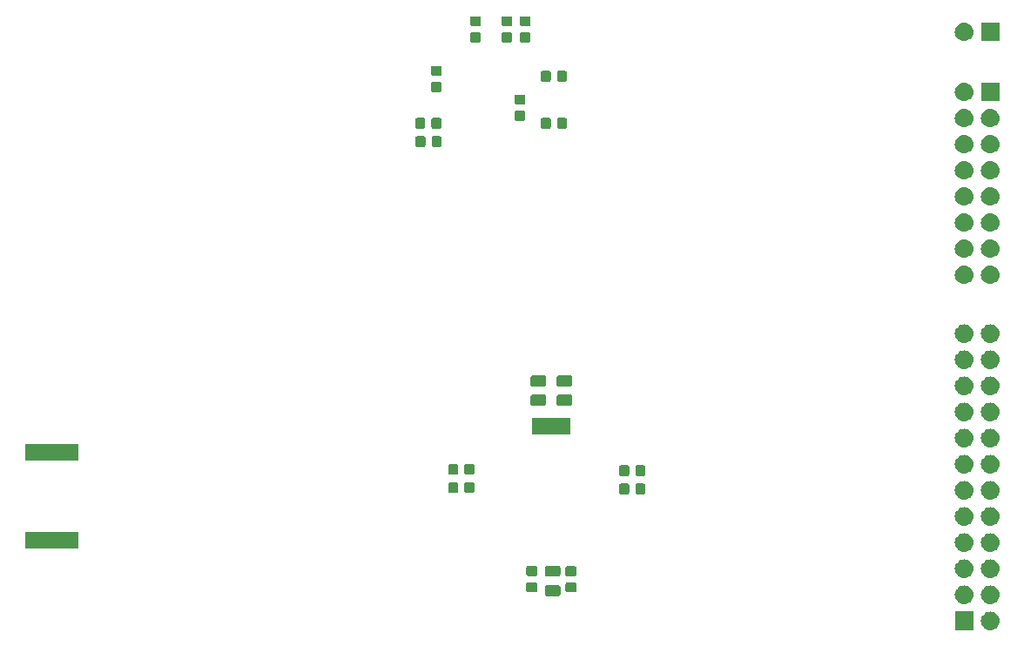
<source format=gbs>
G04 #@! TF.GenerationSoftware,KiCad,Pcbnew,5.1.0*
G04 #@! TF.CreationDate,2019-04-16T13:13:19+00:00*
G04 #@! TF.ProjectId,MSI001,4d534930-3031-42e6-9b69-6361645f7063,rev?*
G04 #@! TF.SameCoordinates,Original*
G04 #@! TF.FileFunction,Soldermask,Bot*
G04 #@! TF.FilePolarity,Negative*
%FSLAX46Y46*%
G04 Gerber Fmt 4.6, Leading zero omitted, Abs format (unit mm)*
G04 Created by KiCad (PCBNEW 5.1.0) date 2019-04-16 13:13:19*
%MOMM*%
%LPD*%
G04 APERTURE LIST*
%ADD10C,0.100000*%
G04 APERTURE END LIST*
D10*
G36*
X197995443Y-132986519D02*
G01*
X198061627Y-132993037D01*
X198231466Y-133044557D01*
X198387991Y-133128222D01*
X198423729Y-133157552D01*
X198525186Y-133240814D01*
X198608448Y-133342271D01*
X198637778Y-133378009D01*
X198721443Y-133534534D01*
X198772963Y-133704373D01*
X198790359Y-133881000D01*
X198772963Y-134057627D01*
X198721443Y-134227466D01*
X198637778Y-134383991D01*
X198608448Y-134419729D01*
X198525186Y-134521186D01*
X198423729Y-134604448D01*
X198387991Y-134633778D01*
X198231466Y-134717443D01*
X198061627Y-134768963D01*
X197995442Y-134775482D01*
X197929260Y-134782000D01*
X197840740Y-134782000D01*
X197774558Y-134775482D01*
X197708373Y-134768963D01*
X197538534Y-134717443D01*
X197382009Y-134633778D01*
X197346271Y-134604448D01*
X197244814Y-134521186D01*
X197161552Y-134419729D01*
X197132222Y-134383991D01*
X197048557Y-134227466D01*
X196997037Y-134057627D01*
X196979641Y-133881000D01*
X196997037Y-133704373D01*
X197048557Y-133534534D01*
X197132222Y-133378009D01*
X197161552Y-133342271D01*
X197244814Y-133240814D01*
X197346271Y-133157552D01*
X197382009Y-133128222D01*
X197538534Y-133044557D01*
X197708373Y-132993037D01*
X197774557Y-132986519D01*
X197840740Y-132980000D01*
X197929260Y-132980000D01*
X197995443Y-132986519D01*
X197995443Y-132986519D01*
G37*
G36*
X196246000Y-134782000D02*
G01*
X194444000Y-134782000D01*
X194444000Y-132980000D01*
X196246000Y-132980000D01*
X196246000Y-134782000D01*
X196246000Y-134782000D01*
G37*
G36*
X195455442Y-130446518D02*
G01*
X195521627Y-130453037D01*
X195691466Y-130504557D01*
X195847991Y-130588222D01*
X195867689Y-130604388D01*
X195985186Y-130700814D01*
X196068448Y-130802271D01*
X196097778Y-130838009D01*
X196139610Y-130916271D01*
X196173979Y-130980569D01*
X196181443Y-130994534D01*
X196232963Y-131164373D01*
X196250359Y-131341000D01*
X196232963Y-131517627D01*
X196181443Y-131687466D01*
X196097778Y-131843991D01*
X196068448Y-131879729D01*
X195985186Y-131981186D01*
X195883729Y-132064448D01*
X195847991Y-132093778D01*
X195691466Y-132177443D01*
X195521627Y-132228963D01*
X195455443Y-132235481D01*
X195389260Y-132242000D01*
X195300740Y-132242000D01*
X195234557Y-132235481D01*
X195168373Y-132228963D01*
X194998534Y-132177443D01*
X194842009Y-132093778D01*
X194806271Y-132064448D01*
X194704814Y-131981186D01*
X194621552Y-131879729D01*
X194592222Y-131843991D01*
X194508557Y-131687466D01*
X194457037Y-131517627D01*
X194439641Y-131341000D01*
X194457037Y-131164373D01*
X194508557Y-130994534D01*
X194516022Y-130980569D01*
X194550389Y-130916272D01*
X194592222Y-130838009D01*
X194621552Y-130802271D01*
X194704814Y-130700814D01*
X194822311Y-130604388D01*
X194842009Y-130588222D01*
X194998534Y-130504557D01*
X195168373Y-130453037D01*
X195234558Y-130446518D01*
X195300740Y-130440000D01*
X195389260Y-130440000D01*
X195455442Y-130446518D01*
X195455442Y-130446518D01*
G37*
G36*
X197995442Y-130446518D02*
G01*
X198061627Y-130453037D01*
X198231466Y-130504557D01*
X198387991Y-130588222D01*
X198407689Y-130604388D01*
X198525186Y-130700814D01*
X198608448Y-130802271D01*
X198637778Y-130838009D01*
X198679610Y-130916271D01*
X198713979Y-130980569D01*
X198721443Y-130994534D01*
X198772963Y-131164373D01*
X198790359Y-131341000D01*
X198772963Y-131517627D01*
X198721443Y-131687466D01*
X198637778Y-131843991D01*
X198608448Y-131879729D01*
X198525186Y-131981186D01*
X198423729Y-132064448D01*
X198387991Y-132093778D01*
X198231466Y-132177443D01*
X198061627Y-132228963D01*
X197995443Y-132235481D01*
X197929260Y-132242000D01*
X197840740Y-132242000D01*
X197774557Y-132235481D01*
X197708373Y-132228963D01*
X197538534Y-132177443D01*
X197382009Y-132093778D01*
X197346271Y-132064448D01*
X197244814Y-131981186D01*
X197161552Y-131879729D01*
X197132222Y-131843991D01*
X197048557Y-131687466D01*
X196997037Y-131517627D01*
X196979641Y-131341000D01*
X196997037Y-131164373D01*
X197048557Y-130994534D01*
X197056022Y-130980569D01*
X197090389Y-130916272D01*
X197132222Y-130838009D01*
X197161552Y-130802271D01*
X197244814Y-130700814D01*
X197362311Y-130604388D01*
X197382009Y-130588222D01*
X197538534Y-130504557D01*
X197708373Y-130453037D01*
X197774558Y-130446518D01*
X197840740Y-130440000D01*
X197929260Y-130440000D01*
X197995442Y-130446518D01*
X197995442Y-130446518D01*
G37*
G36*
X155924468Y-130396065D02*
G01*
X155963138Y-130407796D01*
X155998777Y-130426846D01*
X156030017Y-130452483D01*
X156055654Y-130483723D01*
X156074704Y-130519362D01*
X156086435Y-130558032D01*
X156091000Y-130604388D01*
X156091000Y-131255612D01*
X156086435Y-131301968D01*
X156074704Y-131340638D01*
X156055654Y-131376277D01*
X156030017Y-131407517D01*
X155998777Y-131433154D01*
X155963138Y-131452204D01*
X155924468Y-131463935D01*
X155878112Y-131468500D01*
X154801888Y-131468500D01*
X154755532Y-131463935D01*
X154716862Y-131452204D01*
X154681223Y-131433154D01*
X154649983Y-131407517D01*
X154624346Y-131376277D01*
X154605296Y-131340638D01*
X154593565Y-131301968D01*
X154589000Y-131255612D01*
X154589000Y-130604388D01*
X154593565Y-130558032D01*
X154605296Y-130519362D01*
X154624346Y-130483723D01*
X154649983Y-130452483D01*
X154681223Y-130426846D01*
X154716862Y-130407796D01*
X154755532Y-130396065D01*
X154801888Y-130391500D01*
X155878112Y-130391500D01*
X155924468Y-130396065D01*
X155924468Y-130396065D01*
G37*
G36*
X157497591Y-130145585D02*
G01*
X157531569Y-130155893D01*
X157562890Y-130172634D01*
X157590339Y-130195161D01*
X157612866Y-130222610D01*
X157629607Y-130253931D01*
X157639915Y-130287909D01*
X157644000Y-130329390D01*
X157644000Y-130930610D01*
X157639915Y-130972091D01*
X157629607Y-131006069D01*
X157612866Y-131037390D01*
X157590339Y-131064839D01*
X157562890Y-131087366D01*
X157531569Y-131104107D01*
X157497591Y-131114415D01*
X157456110Y-131118500D01*
X156779890Y-131118500D01*
X156738409Y-131114415D01*
X156704431Y-131104107D01*
X156673110Y-131087366D01*
X156645661Y-131064839D01*
X156623134Y-131037390D01*
X156606393Y-131006069D01*
X156596085Y-130972091D01*
X156592000Y-130930610D01*
X156592000Y-130329390D01*
X156596085Y-130287909D01*
X156606393Y-130253931D01*
X156623134Y-130222610D01*
X156645661Y-130195161D01*
X156673110Y-130172634D01*
X156704431Y-130155893D01*
X156738409Y-130145585D01*
X156779890Y-130141500D01*
X157456110Y-130141500D01*
X157497591Y-130145585D01*
X157497591Y-130145585D01*
G37*
G36*
X153687591Y-130120085D02*
G01*
X153721569Y-130130393D01*
X153752890Y-130147134D01*
X153780339Y-130169661D01*
X153802866Y-130197110D01*
X153819607Y-130228431D01*
X153829915Y-130262409D01*
X153834000Y-130303890D01*
X153834000Y-130905110D01*
X153829915Y-130946591D01*
X153819607Y-130980569D01*
X153802866Y-131011890D01*
X153780339Y-131039339D01*
X153752890Y-131061866D01*
X153721569Y-131078607D01*
X153687591Y-131088915D01*
X153646110Y-131093000D01*
X152969890Y-131093000D01*
X152928409Y-131088915D01*
X152894431Y-131078607D01*
X152863110Y-131061866D01*
X152835661Y-131039339D01*
X152813134Y-131011890D01*
X152796393Y-130980569D01*
X152786085Y-130946591D01*
X152782000Y-130905110D01*
X152782000Y-130303890D01*
X152786085Y-130262409D01*
X152796393Y-130228431D01*
X152813134Y-130197110D01*
X152835661Y-130169661D01*
X152863110Y-130147134D01*
X152894431Y-130130393D01*
X152928409Y-130120085D01*
X152969890Y-130116000D01*
X153646110Y-130116000D01*
X153687591Y-130120085D01*
X153687591Y-130120085D01*
G37*
G36*
X197995442Y-127906518D02*
G01*
X198061627Y-127913037D01*
X198231466Y-127964557D01*
X198387991Y-128048222D01*
X198423729Y-128077552D01*
X198525186Y-128160814D01*
X198608448Y-128262271D01*
X198637778Y-128298009D01*
X198721443Y-128454534D01*
X198772963Y-128624373D01*
X198790359Y-128801000D01*
X198772963Y-128977627D01*
X198721443Y-129147466D01*
X198637778Y-129303991D01*
X198608448Y-129339729D01*
X198525186Y-129441186D01*
X198437305Y-129513307D01*
X198387991Y-129553778D01*
X198231466Y-129637443D01*
X198061627Y-129688963D01*
X197995443Y-129695481D01*
X197929260Y-129702000D01*
X197840740Y-129702000D01*
X197774557Y-129695481D01*
X197708373Y-129688963D01*
X197538534Y-129637443D01*
X197382009Y-129553778D01*
X197332695Y-129513307D01*
X197244814Y-129441186D01*
X197161552Y-129339729D01*
X197132222Y-129303991D01*
X197048557Y-129147466D01*
X196997037Y-128977627D01*
X196979641Y-128801000D01*
X196997037Y-128624373D01*
X197048557Y-128454534D01*
X197132222Y-128298009D01*
X197161552Y-128262271D01*
X197244814Y-128160814D01*
X197346271Y-128077552D01*
X197382009Y-128048222D01*
X197538534Y-127964557D01*
X197708373Y-127913037D01*
X197774558Y-127906518D01*
X197840740Y-127900000D01*
X197929260Y-127900000D01*
X197995442Y-127906518D01*
X197995442Y-127906518D01*
G37*
G36*
X195455442Y-127906518D02*
G01*
X195521627Y-127913037D01*
X195691466Y-127964557D01*
X195847991Y-128048222D01*
X195883729Y-128077552D01*
X195985186Y-128160814D01*
X196068448Y-128262271D01*
X196097778Y-128298009D01*
X196181443Y-128454534D01*
X196232963Y-128624373D01*
X196250359Y-128801000D01*
X196232963Y-128977627D01*
X196181443Y-129147466D01*
X196097778Y-129303991D01*
X196068448Y-129339729D01*
X195985186Y-129441186D01*
X195897305Y-129513307D01*
X195847991Y-129553778D01*
X195691466Y-129637443D01*
X195521627Y-129688963D01*
X195455443Y-129695481D01*
X195389260Y-129702000D01*
X195300740Y-129702000D01*
X195234557Y-129695481D01*
X195168373Y-129688963D01*
X194998534Y-129637443D01*
X194842009Y-129553778D01*
X194792695Y-129513307D01*
X194704814Y-129441186D01*
X194621552Y-129339729D01*
X194592222Y-129303991D01*
X194508557Y-129147466D01*
X194457037Y-128977627D01*
X194439641Y-128801000D01*
X194457037Y-128624373D01*
X194508557Y-128454534D01*
X194592222Y-128298009D01*
X194621552Y-128262271D01*
X194704814Y-128160814D01*
X194806271Y-128077552D01*
X194842009Y-128048222D01*
X194998534Y-127964557D01*
X195168373Y-127913037D01*
X195234558Y-127906518D01*
X195300740Y-127900000D01*
X195389260Y-127900000D01*
X195455442Y-127906518D01*
X195455442Y-127906518D01*
G37*
G36*
X155924468Y-128521065D02*
G01*
X155963138Y-128532796D01*
X155998777Y-128551846D01*
X156030017Y-128577483D01*
X156055654Y-128608723D01*
X156074704Y-128644362D01*
X156086435Y-128683032D01*
X156091000Y-128729388D01*
X156091000Y-129380612D01*
X156086435Y-129426968D01*
X156074704Y-129465638D01*
X156055654Y-129501277D01*
X156030017Y-129532517D01*
X155998777Y-129558154D01*
X155963138Y-129577204D01*
X155924468Y-129588935D01*
X155878112Y-129593500D01*
X154801888Y-129593500D01*
X154755532Y-129588935D01*
X154716862Y-129577204D01*
X154681223Y-129558154D01*
X154649983Y-129532517D01*
X154624346Y-129501277D01*
X154605296Y-129465638D01*
X154593565Y-129426968D01*
X154589000Y-129380612D01*
X154589000Y-128729388D01*
X154593565Y-128683032D01*
X154605296Y-128644362D01*
X154624346Y-128608723D01*
X154649983Y-128577483D01*
X154681223Y-128551846D01*
X154716862Y-128532796D01*
X154755532Y-128521065D01*
X154801888Y-128516500D01*
X155878112Y-128516500D01*
X155924468Y-128521065D01*
X155924468Y-128521065D01*
G37*
G36*
X157497591Y-128570585D02*
G01*
X157531569Y-128580893D01*
X157562890Y-128597634D01*
X157590339Y-128620161D01*
X157612866Y-128647610D01*
X157629607Y-128678931D01*
X157639915Y-128712909D01*
X157644000Y-128754390D01*
X157644000Y-129355610D01*
X157639915Y-129397091D01*
X157629607Y-129431069D01*
X157612866Y-129462390D01*
X157590339Y-129489839D01*
X157562890Y-129512366D01*
X157531569Y-129529107D01*
X157497591Y-129539415D01*
X157456110Y-129543500D01*
X156779890Y-129543500D01*
X156738409Y-129539415D01*
X156704431Y-129529107D01*
X156673110Y-129512366D01*
X156645661Y-129489839D01*
X156623134Y-129462390D01*
X156606393Y-129431069D01*
X156596085Y-129397091D01*
X156592000Y-129355610D01*
X156592000Y-128754390D01*
X156596085Y-128712909D01*
X156606393Y-128678931D01*
X156623134Y-128647610D01*
X156645661Y-128620161D01*
X156673110Y-128597634D01*
X156704431Y-128580893D01*
X156738409Y-128570585D01*
X156779890Y-128566500D01*
X157456110Y-128566500D01*
X157497591Y-128570585D01*
X157497591Y-128570585D01*
G37*
G36*
X153687591Y-128545085D02*
G01*
X153721569Y-128555393D01*
X153752890Y-128572134D01*
X153780339Y-128594661D01*
X153802866Y-128622110D01*
X153819607Y-128653431D01*
X153829915Y-128687409D01*
X153834000Y-128728890D01*
X153834000Y-129330110D01*
X153829915Y-129371591D01*
X153819607Y-129405569D01*
X153802866Y-129436890D01*
X153780339Y-129464339D01*
X153752890Y-129486866D01*
X153721569Y-129503607D01*
X153687591Y-129513915D01*
X153646110Y-129518000D01*
X152969890Y-129518000D01*
X152928409Y-129513915D01*
X152894431Y-129503607D01*
X152863110Y-129486866D01*
X152835661Y-129464339D01*
X152813134Y-129436890D01*
X152796393Y-129405569D01*
X152786085Y-129371591D01*
X152782000Y-129330110D01*
X152782000Y-128728890D01*
X152786085Y-128687409D01*
X152796393Y-128653431D01*
X152813134Y-128622110D01*
X152835661Y-128594661D01*
X152863110Y-128572134D01*
X152894431Y-128555393D01*
X152928409Y-128545085D01*
X152969890Y-128541000D01*
X153646110Y-128541000D01*
X153687591Y-128545085D01*
X153687591Y-128545085D01*
G37*
G36*
X195455442Y-125366518D02*
G01*
X195521627Y-125373037D01*
X195691466Y-125424557D01*
X195847991Y-125508222D01*
X195883729Y-125537552D01*
X195985186Y-125620814D01*
X196068448Y-125722271D01*
X196097778Y-125758009D01*
X196181443Y-125914534D01*
X196232963Y-126084373D01*
X196250359Y-126261000D01*
X196232963Y-126437627D01*
X196181443Y-126607466D01*
X196097778Y-126763991D01*
X196068448Y-126799729D01*
X195985186Y-126901186D01*
X195883729Y-126984448D01*
X195847991Y-127013778D01*
X195691466Y-127097443D01*
X195521627Y-127148963D01*
X195455442Y-127155482D01*
X195389260Y-127162000D01*
X195300740Y-127162000D01*
X195234558Y-127155482D01*
X195168373Y-127148963D01*
X194998534Y-127097443D01*
X194842009Y-127013778D01*
X194806271Y-126984448D01*
X194704814Y-126901186D01*
X194621552Y-126799729D01*
X194592222Y-126763991D01*
X194508557Y-126607466D01*
X194457037Y-126437627D01*
X194439641Y-126261000D01*
X194457037Y-126084373D01*
X194508557Y-125914534D01*
X194592222Y-125758009D01*
X194621552Y-125722271D01*
X194704814Y-125620814D01*
X194806271Y-125537552D01*
X194842009Y-125508222D01*
X194998534Y-125424557D01*
X195168373Y-125373037D01*
X195234558Y-125366518D01*
X195300740Y-125360000D01*
X195389260Y-125360000D01*
X195455442Y-125366518D01*
X195455442Y-125366518D01*
G37*
G36*
X197995442Y-125366518D02*
G01*
X198061627Y-125373037D01*
X198231466Y-125424557D01*
X198387991Y-125508222D01*
X198423729Y-125537552D01*
X198525186Y-125620814D01*
X198608448Y-125722271D01*
X198637778Y-125758009D01*
X198721443Y-125914534D01*
X198772963Y-126084373D01*
X198790359Y-126261000D01*
X198772963Y-126437627D01*
X198721443Y-126607466D01*
X198637778Y-126763991D01*
X198608448Y-126799729D01*
X198525186Y-126901186D01*
X198423729Y-126984448D01*
X198387991Y-127013778D01*
X198231466Y-127097443D01*
X198061627Y-127148963D01*
X197995442Y-127155482D01*
X197929260Y-127162000D01*
X197840740Y-127162000D01*
X197774558Y-127155482D01*
X197708373Y-127148963D01*
X197538534Y-127097443D01*
X197382009Y-127013778D01*
X197346271Y-126984448D01*
X197244814Y-126901186D01*
X197161552Y-126799729D01*
X197132222Y-126763991D01*
X197048557Y-126607466D01*
X196997037Y-126437627D01*
X196979641Y-126261000D01*
X196997037Y-126084373D01*
X197048557Y-125914534D01*
X197132222Y-125758009D01*
X197161552Y-125722271D01*
X197244814Y-125620814D01*
X197346271Y-125537552D01*
X197382009Y-125508222D01*
X197538534Y-125424557D01*
X197708373Y-125373037D01*
X197774558Y-125366518D01*
X197840740Y-125360000D01*
X197929260Y-125360000D01*
X197995442Y-125366518D01*
X197995442Y-125366518D01*
G37*
G36*
X109210000Y-126823000D02*
G01*
X104028000Y-126823000D01*
X104028000Y-125221000D01*
X109210000Y-125221000D01*
X109210000Y-126823000D01*
X109210000Y-126823000D01*
G37*
G36*
X197995443Y-122826519D02*
G01*
X198061627Y-122833037D01*
X198231466Y-122884557D01*
X198387991Y-122968222D01*
X198423729Y-122997552D01*
X198525186Y-123080814D01*
X198608448Y-123182271D01*
X198637778Y-123218009D01*
X198721443Y-123374534D01*
X198772963Y-123544373D01*
X198790359Y-123721000D01*
X198772963Y-123897627D01*
X198721443Y-124067466D01*
X198637778Y-124223991D01*
X198608448Y-124259729D01*
X198525186Y-124361186D01*
X198423729Y-124444448D01*
X198387991Y-124473778D01*
X198231466Y-124557443D01*
X198061627Y-124608963D01*
X197995442Y-124615482D01*
X197929260Y-124622000D01*
X197840740Y-124622000D01*
X197774558Y-124615482D01*
X197708373Y-124608963D01*
X197538534Y-124557443D01*
X197382009Y-124473778D01*
X197346271Y-124444448D01*
X197244814Y-124361186D01*
X197161552Y-124259729D01*
X197132222Y-124223991D01*
X197048557Y-124067466D01*
X196997037Y-123897627D01*
X196979641Y-123721000D01*
X196997037Y-123544373D01*
X197048557Y-123374534D01*
X197132222Y-123218009D01*
X197161552Y-123182271D01*
X197244814Y-123080814D01*
X197346271Y-122997552D01*
X197382009Y-122968222D01*
X197538534Y-122884557D01*
X197708373Y-122833037D01*
X197774557Y-122826519D01*
X197840740Y-122820000D01*
X197929260Y-122820000D01*
X197995443Y-122826519D01*
X197995443Y-122826519D01*
G37*
G36*
X195455443Y-122826519D02*
G01*
X195521627Y-122833037D01*
X195691466Y-122884557D01*
X195847991Y-122968222D01*
X195883729Y-122997552D01*
X195985186Y-123080814D01*
X196068448Y-123182271D01*
X196097778Y-123218009D01*
X196181443Y-123374534D01*
X196232963Y-123544373D01*
X196250359Y-123721000D01*
X196232963Y-123897627D01*
X196181443Y-124067466D01*
X196097778Y-124223991D01*
X196068448Y-124259729D01*
X195985186Y-124361186D01*
X195883729Y-124444448D01*
X195847991Y-124473778D01*
X195691466Y-124557443D01*
X195521627Y-124608963D01*
X195455442Y-124615482D01*
X195389260Y-124622000D01*
X195300740Y-124622000D01*
X195234558Y-124615482D01*
X195168373Y-124608963D01*
X194998534Y-124557443D01*
X194842009Y-124473778D01*
X194806271Y-124444448D01*
X194704814Y-124361186D01*
X194621552Y-124259729D01*
X194592222Y-124223991D01*
X194508557Y-124067466D01*
X194457037Y-123897627D01*
X194439641Y-123721000D01*
X194457037Y-123544373D01*
X194508557Y-123374534D01*
X194592222Y-123218009D01*
X194621552Y-123182271D01*
X194704814Y-123080814D01*
X194806271Y-122997552D01*
X194842009Y-122968222D01*
X194998534Y-122884557D01*
X195168373Y-122833037D01*
X195234557Y-122826519D01*
X195300740Y-122820000D01*
X195389260Y-122820000D01*
X195455443Y-122826519D01*
X195455443Y-122826519D01*
G37*
G36*
X197995443Y-120286519D02*
G01*
X198061627Y-120293037D01*
X198231466Y-120344557D01*
X198387991Y-120428222D01*
X198404979Y-120442164D01*
X198525186Y-120540814D01*
X198581234Y-120609110D01*
X198637778Y-120678009D01*
X198721443Y-120834534D01*
X198772963Y-121004373D01*
X198790359Y-121181000D01*
X198772963Y-121357627D01*
X198721443Y-121527466D01*
X198721442Y-121527468D01*
X198701056Y-121565607D01*
X198637778Y-121683991D01*
X198608448Y-121719729D01*
X198525186Y-121821186D01*
X198423729Y-121904448D01*
X198387991Y-121933778D01*
X198231466Y-122017443D01*
X198061627Y-122068963D01*
X197995443Y-122075481D01*
X197929260Y-122082000D01*
X197840740Y-122082000D01*
X197774557Y-122075481D01*
X197708373Y-122068963D01*
X197538534Y-122017443D01*
X197382009Y-121933778D01*
X197346271Y-121904448D01*
X197244814Y-121821186D01*
X197161552Y-121719729D01*
X197132222Y-121683991D01*
X197068944Y-121565607D01*
X197048558Y-121527468D01*
X197048557Y-121527466D01*
X196997037Y-121357627D01*
X196979641Y-121181000D01*
X196997037Y-121004373D01*
X197048557Y-120834534D01*
X197132222Y-120678009D01*
X197188766Y-120609110D01*
X197244814Y-120540814D01*
X197365021Y-120442164D01*
X197382009Y-120428222D01*
X197538534Y-120344557D01*
X197708373Y-120293037D01*
X197774557Y-120286519D01*
X197840740Y-120280000D01*
X197929260Y-120280000D01*
X197995443Y-120286519D01*
X197995443Y-120286519D01*
G37*
G36*
X195455443Y-120286519D02*
G01*
X195521627Y-120293037D01*
X195691466Y-120344557D01*
X195847991Y-120428222D01*
X195864979Y-120442164D01*
X195985186Y-120540814D01*
X196041234Y-120609110D01*
X196097778Y-120678009D01*
X196181443Y-120834534D01*
X196232963Y-121004373D01*
X196250359Y-121181000D01*
X196232963Y-121357627D01*
X196181443Y-121527466D01*
X196181442Y-121527468D01*
X196161056Y-121565607D01*
X196097778Y-121683991D01*
X196068448Y-121719729D01*
X195985186Y-121821186D01*
X195883729Y-121904448D01*
X195847991Y-121933778D01*
X195691466Y-122017443D01*
X195521627Y-122068963D01*
X195455443Y-122075481D01*
X195389260Y-122082000D01*
X195300740Y-122082000D01*
X195234557Y-122075481D01*
X195168373Y-122068963D01*
X194998534Y-122017443D01*
X194842009Y-121933778D01*
X194806271Y-121904448D01*
X194704814Y-121821186D01*
X194621552Y-121719729D01*
X194592222Y-121683991D01*
X194528944Y-121565607D01*
X194508558Y-121527468D01*
X194508557Y-121527466D01*
X194457037Y-121357627D01*
X194439641Y-121181000D01*
X194457037Y-121004373D01*
X194508557Y-120834534D01*
X194592222Y-120678009D01*
X194648766Y-120609110D01*
X194704814Y-120540814D01*
X194825021Y-120442164D01*
X194842009Y-120428222D01*
X194998534Y-120344557D01*
X195168373Y-120293037D01*
X195234557Y-120286519D01*
X195300740Y-120280000D01*
X195389260Y-120280000D01*
X195455443Y-120286519D01*
X195455443Y-120286519D01*
G37*
G36*
X162641591Y-120532085D02*
G01*
X162675569Y-120542393D01*
X162706890Y-120559134D01*
X162734339Y-120581661D01*
X162756866Y-120609110D01*
X162773607Y-120640431D01*
X162783915Y-120674409D01*
X162788000Y-120715890D01*
X162788000Y-121392110D01*
X162783915Y-121433591D01*
X162773607Y-121467569D01*
X162756866Y-121498890D01*
X162734339Y-121526339D01*
X162706890Y-121548866D01*
X162675569Y-121565607D01*
X162641591Y-121575915D01*
X162600110Y-121580000D01*
X161998890Y-121580000D01*
X161957409Y-121575915D01*
X161923431Y-121565607D01*
X161892110Y-121548866D01*
X161864661Y-121526339D01*
X161842134Y-121498890D01*
X161825393Y-121467569D01*
X161815085Y-121433591D01*
X161811000Y-121392110D01*
X161811000Y-120715890D01*
X161815085Y-120674409D01*
X161825393Y-120640431D01*
X161842134Y-120609110D01*
X161864661Y-120581661D01*
X161892110Y-120559134D01*
X161923431Y-120542393D01*
X161957409Y-120532085D01*
X161998890Y-120528000D01*
X162600110Y-120528000D01*
X162641591Y-120532085D01*
X162641591Y-120532085D01*
G37*
G36*
X164216591Y-120532085D02*
G01*
X164250569Y-120542393D01*
X164281890Y-120559134D01*
X164309339Y-120581661D01*
X164331866Y-120609110D01*
X164348607Y-120640431D01*
X164358915Y-120674409D01*
X164363000Y-120715890D01*
X164363000Y-121392110D01*
X164358915Y-121433591D01*
X164348607Y-121467569D01*
X164331866Y-121498890D01*
X164309339Y-121526339D01*
X164281890Y-121548866D01*
X164250569Y-121565607D01*
X164216591Y-121575915D01*
X164175110Y-121580000D01*
X163573890Y-121580000D01*
X163532409Y-121575915D01*
X163498431Y-121565607D01*
X163467110Y-121548866D01*
X163439661Y-121526339D01*
X163417134Y-121498890D01*
X163400393Y-121467569D01*
X163390085Y-121433591D01*
X163386000Y-121392110D01*
X163386000Y-120715890D01*
X163390085Y-120674409D01*
X163400393Y-120640431D01*
X163417134Y-120609110D01*
X163439661Y-120581661D01*
X163467110Y-120559134D01*
X163498431Y-120542393D01*
X163532409Y-120532085D01*
X163573890Y-120528000D01*
X164175110Y-120528000D01*
X164216591Y-120532085D01*
X164216591Y-120532085D01*
G37*
G36*
X146004591Y-120405085D02*
G01*
X146038569Y-120415393D01*
X146069890Y-120432134D01*
X146097339Y-120454661D01*
X146119866Y-120482110D01*
X146136607Y-120513431D01*
X146146915Y-120547409D01*
X146151000Y-120588890D01*
X146151000Y-121265110D01*
X146146915Y-121306591D01*
X146136607Y-121340569D01*
X146119866Y-121371890D01*
X146097339Y-121399339D01*
X146069890Y-121421866D01*
X146038569Y-121438607D01*
X146004591Y-121448915D01*
X145963110Y-121453000D01*
X145361890Y-121453000D01*
X145320409Y-121448915D01*
X145286431Y-121438607D01*
X145255110Y-121421866D01*
X145227661Y-121399339D01*
X145205134Y-121371890D01*
X145188393Y-121340569D01*
X145178085Y-121306591D01*
X145174000Y-121265110D01*
X145174000Y-120588890D01*
X145178085Y-120547409D01*
X145188393Y-120513431D01*
X145205134Y-120482110D01*
X145227661Y-120454661D01*
X145255110Y-120432134D01*
X145286431Y-120415393D01*
X145320409Y-120405085D01*
X145361890Y-120401000D01*
X145963110Y-120401000D01*
X146004591Y-120405085D01*
X146004591Y-120405085D01*
G37*
G36*
X147579591Y-120405085D02*
G01*
X147613569Y-120415393D01*
X147644890Y-120432134D01*
X147672339Y-120454661D01*
X147694866Y-120482110D01*
X147711607Y-120513431D01*
X147721915Y-120547409D01*
X147726000Y-120588890D01*
X147726000Y-121265110D01*
X147721915Y-121306591D01*
X147711607Y-121340569D01*
X147694866Y-121371890D01*
X147672339Y-121399339D01*
X147644890Y-121421866D01*
X147613569Y-121438607D01*
X147579591Y-121448915D01*
X147538110Y-121453000D01*
X146936890Y-121453000D01*
X146895409Y-121448915D01*
X146861431Y-121438607D01*
X146830110Y-121421866D01*
X146802661Y-121399339D01*
X146780134Y-121371890D01*
X146763393Y-121340569D01*
X146753085Y-121306591D01*
X146749000Y-121265110D01*
X146749000Y-120588890D01*
X146753085Y-120547409D01*
X146763393Y-120513431D01*
X146780134Y-120482110D01*
X146802661Y-120454661D01*
X146830110Y-120432134D01*
X146861431Y-120415393D01*
X146895409Y-120405085D01*
X146936890Y-120401000D01*
X147538110Y-120401000D01*
X147579591Y-120405085D01*
X147579591Y-120405085D01*
G37*
G36*
X162641591Y-118754085D02*
G01*
X162675569Y-118764393D01*
X162706890Y-118781134D01*
X162734339Y-118803661D01*
X162756866Y-118831110D01*
X162773607Y-118862431D01*
X162783915Y-118896409D01*
X162788000Y-118937890D01*
X162788000Y-119614110D01*
X162783915Y-119655591D01*
X162773607Y-119689569D01*
X162756866Y-119720890D01*
X162734339Y-119748339D01*
X162706890Y-119770866D01*
X162675569Y-119787607D01*
X162641591Y-119797915D01*
X162600110Y-119802000D01*
X161998890Y-119802000D01*
X161957409Y-119797915D01*
X161923431Y-119787607D01*
X161892110Y-119770866D01*
X161864661Y-119748339D01*
X161842134Y-119720890D01*
X161825393Y-119689569D01*
X161815085Y-119655591D01*
X161811000Y-119614110D01*
X161811000Y-118937890D01*
X161815085Y-118896409D01*
X161825393Y-118862431D01*
X161842134Y-118831110D01*
X161864661Y-118803661D01*
X161892110Y-118781134D01*
X161923431Y-118764393D01*
X161957409Y-118754085D01*
X161998890Y-118750000D01*
X162600110Y-118750000D01*
X162641591Y-118754085D01*
X162641591Y-118754085D01*
G37*
G36*
X164216591Y-118754085D02*
G01*
X164250569Y-118764393D01*
X164281890Y-118781134D01*
X164309339Y-118803661D01*
X164331866Y-118831110D01*
X164348607Y-118862431D01*
X164358915Y-118896409D01*
X164363000Y-118937890D01*
X164363000Y-119614110D01*
X164358915Y-119655591D01*
X164348607Y-119689569D01*
X164331866Y-119720890D01*
X164309339Y-119748339D01*
X164281890Y-119770866D01*
X164250569Y-119787607D01*
X164216591Y-119797915D01*
X164175110Y-119802000D01*
X163573890Y-119802000D01*
X163532409Y-119797915D01*
X163498431Y-119787607D01*
X163467110Y-119770866D01*
X163439661Y-119748339D01*
X163417134Y-119720890D01*
X163400393Y-119689569D01*
X163390085Y-119655591D01*
X163386000Y-119614110D01*
X163386000Y-118937890D01*
X163390085Y-118896409D01*
X163400393Y-118862431D01*
X163417134Y-118831110D01*
X163439661Y-118803661D01*
X163467110Y-118781134D01*
X163498431Y-118764393D01*
X163532409Y-118754085D01*
X163573890Y-118750000D01*
X164175110Y-118750000D01*
X164216591Y-118754085D01*
X164216591Y-118754085D01*
G37*
G36*
X147579591Y-118627085D02*
G01*
X147613569Y-118637393D01*
X147644890Y-118654134D01*
X147672339Y-118676661D01*
X147694866Y-118704110D01*
X147711607Y-118735431D01*
X147721915Y-118769409D01*
X147726000Y-118810890D01*
X147726000Y-119487110D01*
X147721915Y-119528591D01*
X147711607Y-119562569D01*
X147694866Y-119593890D01*
X147672339Y-119621339D01*
X147644890Y-119643866D01*
X147613569Y-119660607D01*
X147579591Y-119670915D01*
X147538110Y-119675000D01*
X146936890Y-119675000D01*
X146895409Y-119670915D01*
X146861431Y-119660607D01*
X146830110Y-119643866D01*
X146802661Y-119621339D01*
X146780134Y-119593890D01*
X146763393Y-119562569D01*
X146753085Y-119528591D01*
X146749000Y-119487110D01*
X146749000Y-118810890D01*
X146753085Y-118769409D01*
X146763393Y-118735431D01*
X146780134Y-118704110D01*
X146802661Y-118676661D01*
X146830110Y-118654134D01*
X146861431Y-118637393D01*
X146895409Y-118627085D01*
X146936890Y-118623000D01*
X147538110Y-118623000D01*
X147579591Y-118627085D01*
X147579591Y-118627085D01*
G37*
G36*
X146004591Y-118627085D02*
G01*
X146038569Y-118637393D01*
X146069890Y-118654134D01*
X146097339Y-118676661D01*
X146119866Y-118704110D01*
X146136607Y-118735431D01*
X146146915Y-118769409D01*
X146151000Y-118810890D01*
X146151000Y-119487110D01*
X146146915Y-119528591D01*
X146136607Y-119562569D01*
X146119866Y-119593890D01*
X146097339Y-119621339D01*
X146069890Y-119643866D01*
X146038569Y-119660607D01*
X146004591Y-119670915D01*
X145963110Y-119675000D01*
X145361890Y-119675000D01*
X145320409Y-119670915D01*
X145286431Y-119660607D01*
X145255110Y-119643866D01*
X145227661Y-119621339D01*
X145205134Y-119593890D01*
X145188393Y-119562569D01*
X145178085Y-119528591D01*
X145174000Y-119487110D01*
X145174000Y-118810890D01*
X145178085Y-118769409D01*
X145188393Y-118735431D01*
X145205134Y-118704110D01*
X145227661Y-118676661D01*
X145255110Y-118654134D01*
X145286431Y-118637393D01*
X145320409Y-118627085D01*
X145361890Y-118623000D01*
X145963110Y-118623000D01*
X146004591Y-118627085D01*
X146004591Y-118627085D01*
G37*
G36*
X197995442Y-117746518D02*
G01*
X198061627Y-117753037D01*
X198231466Y-117804557D01*
X198387991Y-117888222D01*
X198423729Y-117917552D01*
X198525186Y-118000814D01*
X198608448Y-118102271D01*
X198637778Y-118138009D01*
X198721443Y-118294534D01*
X198772963Y-118464373D01*
X198790359Y-118641000D01*
X198772963Y-118817627D01*
X198721443Y-118987466D01*
X198637778Y-119143991D01*
X198608448Y-119179729D01*
X198525186Y-119281186D01*
X198423729Y-119364448D01*
X198387991Y-119393778D01*
X198231466Y-119477443D01*
X198061627Y-119528963D01*
X197995442Y-119535482D01*
X197929260Y-119542000D01*
X197840740Y-119542000D01*
X197774558Y-119535482D01*
X197708373Y-119528963D01*
X197538534Y-119477443D01*
X197382009Y-119393778D01*
X197346271Y-119364448D01*
X197244814Y-119281186D01*
X197161552Y-119179729D01*
X197132222Y-119143991D01*
X197048557Y-118987466D01*
X196997037Y-118817627D01*
X196979641Y-118641000D01*
X196997037Y-118464373D01*
X197048557Y-118294534D01*
X197132222Y-118138009D01*
X197161552Y-118102271D01*
X197244814Y-118000814D01*
X197346271Y-117917552D01*
X197382009Y-117888222D01*
X197538534Y-117804557D01*
X197708373Y-117753037D01*
X197774558Y-117746518D01*
X197840740Y-117740000D01*
X197929260Y-117740000D01*
X197995442Y-117746518D01*
X197995442Y-117746518D01*
G37*
G36*
X195455442Y-117746518D02*
G01*
X195521627Y-117753037D01*
X195691466Y-117804557D01*
X195847991Y-117888222D01*
X195883729Y-117917552D01*
X195985186Y-118000814D01*
X196068448Y-118102271D01*
X196097778Y-118138009D01*
X196181443Y-118294534D01*
X196232963Y-118464373D01*
X196250359Y-118641000D01*
X196232963Y-118817627D01*
X196181443Y-118987466D01*
X196097778Y-119143991D01*
X196068448Y-119179729D01*
X195985186Y-119281186D01*
X195883729Y-119364448D01*
X195847991Y-119393778D01*
X195691466Y-119477443D01*
X195521627Y-119528963D01*
X195455442Y-119535482D01*
X195389260Y-119542000D01*
X195300740Y-119542000D01*
X195234558Y-119535482D01*
X195168373Y-119528963D01*
X194998534Y-119477443D01*
X194842009Y-119393778D01*
X194806271Y-119364448D01*
X194704814Y-119281186D01*
X194621552Y-119179729D01*
X194592222Y-119143991D01*
X194508557Y-118987466D01*
X194457037Y-118817627D01*
X194439641Y-118641000D01*
X194457037Y-118464373D01*
X194508557Y-118294534D01*
X194592222Y-118138009D01*
X194621552Y-118102271D01*
X194704814Y-118000814D01*
X194806271Y-117917552D01*
X194842009Y-117888222D01*
X194998534Y-117804557D01*
X195168373Y-117753037D01*
X195234558Y-117746518D01*
X195300740Y-117740000D01*
X195389260Y-117740000D01*
X195455442Y-117746518D01*
X195455442Y-117746518D01*
G37*
G36*
X109210000Y-118323000D02*
G01*
X104028000Y-118323000D01*
X104028000Y-116721000D01*
X109210000Y-116721000D01*
X109210000Y-118323000D01*
X109210000Y-118323000D01*
G37*
G36*
X195455443Y-115206519D02*
G01*
X195521627Y-115213037D01*
X195691466Y-115264557D01*
X195847991Y-115348222D01*
X195883729Y-115377552D01*
X195985186Y-115460814D01*
X196068448Y-115562271D01*
X196097778Y-115598009D01*
X196181443Y-115754534D01*
X196232963Y-115924373D01*
X196250359Y-116101000D01*
X196232963Y-116277627D01*
X196181443Y-116447466D01*
X196097778Y-116603991D01*
X196068448Y-116639729D01*
X195985186Y-116741186D01*
X195883729Y-116824448D01*
X195847991Y-116853778D01*
X195691466Y-116937443D01*
X195521627Y-116988963D01*
X195455443Y-116995481D01*
X195389260Y-117002000D01*
X195300740Y-117002000D01*
X195234557Y-116995481D01*
X195168373Y-116988963D01*
X194998534Y-116937443D01*
X194842009Y-116853778D01*
X194806271Y-116824448D01*
X194704814Y-116741186D01*
X194621552Y-116639729D01*
X194592222Y-116603991D01*
X194508557Y-116447466D01*
X194457037Y-116277627D01*
X194439641Y-116101000D01*
X194457037Y-115924373D01*
X194508557Y-115754534D01*
X194592222Y-115598009D01*
X194621552Y-115562271D01*
X194704814Y-115460814D01*
X194806271Y-115377552D01*
X194842009Y-115348222D01*
X194998534Y-115264557D01*
X195168373Y-115213037D01*
X195234557Y-115206519D01*
X195300740Y-115200000D01*
X195389260Y-115200000D01*
X195455443Y-115206519D01*
X195455443Y-115206519D01*
G37*
G36*
X197995443Y-115206519D02*
G01*
X198061627Y-115213037D01*
X198231466Y-115264557D01*
X198387991Y-115348222D01*
X198423729Y-115377552D01*
X198525186Y-115460814D01*
X198608448Y-115562271D01*
X198637778Y-115598009D01*
X198721443Y-115754534D01*
X198772963Y-115924373D01*
X198790359Y-116101000D01*
X198772963Y-116277627D01*
X198721443Y-116447466D01*
X198637778Y-116603991D01*
X198608448Y-116639729D01*
X198525186Y-116741186D01*
X198423729Y-116824448D01*
X198387991Y-116853778D01*
X198231466Y-116937443D01*
X198061627Y-116988963D01*
X197995443Y-116995481D01*
X197929260Y-117002000D01*
X197840740Y-117002000D01*
X197774557Y-116995481D01*
X197708373Y-116988963D01*
X197538534Y-116937443D01*
X197382009Y-116853778D01*
X197346271Y-116824448D01*
X197244814Y-116741186D01*
X197161552Y-116639729D01*
X197132222Y-116603991D01*
X197048557Y-116447466D01*
X196997037Y-116277627D01*
X196979641Y-116101000D01*
X196997037Y-115924373D01*
X197048557Y-115754534D01*
X197132222Y-115598009D01*
X197161552Y-115562271D01*
X197244814Y-115460814D01*
X197346271Y-115377552D01*
X197382009Y-115348222D01*
X197538534Y-115264557D01*
X197708373Y-115213037D01*
X197774557Y-115206519D01*
X197840740Y-115200000D01*
X197929260Y-115200000D01*
X197995443Y-115206519D01*
X197995443Y-115206519D01*
G37*
G36*
X157064000Y-115759000D02*
G01*
X153362000Y-115759000D01*
X153362000Y-114157000D01*
X157064000Y-114157000D01*
X157064000Y-115759000D01*
X157064000Y-115759000D01*
G37*
G36*
X197995443Y-112666519D02*
G01*
X198061627Y-112673037D01*
X198231466Y-112724557D01*
X198387991Y-112808222D01*
X198412868Y-112828638D01*
X198525186Y-112920814D01*
X198608448Y-113022271D01*
X198637778Y-113058009D01*
X198721443Y-113214534D01*
X198772963Y-113384373D01*
X198790359Y-113561000D01*
X198772963Y-113737627D01*
X198721443Y-113907466D01*
X198637778Y-114063991D01*
X198608448Y-114099729D01*
X198525186Y-114201186D01*
X198423729Y-114284448D01*
X198387991Y-114313778D01*
X198231466Y-114397443D01*
X198061627Y-114448963D01*
X197995443Y-114455481D01*
X197929260Y-114462000D01*
X197840740Y-114462000D01*
X197774557Y-114455481D01*
X197708373Y-114448963D01*
X197538534Y-114397443D01*
X197382009Y-114313778D01*
X197346271Y-114284448D01*
X197244814Y-114201186D01*
X197161552Y-114099729D01*
X197132222Y-114063991D01*
X197048557Y-113907466D01*
X196997037Y-113737627D01*
X196979641Y-113561000D01*
X196997037Y-113384373D01*
X197048557Y-113214534D01*
X197132222Y-113058009D01*
X197161552Y-113022271D01*
X197244814Y-112920814D01*
X197357132Y-112828638D01*
X197382009Y-112808222D01*
X197538534Y-112724557D01*
X197708373Y-112673037D01*
X197774557Y-112666519D01*
X197840740Y-112660000D01*
X197929260Y-112660000D01*
X197995443Y-112666519D01*
X197995443Y-112666519D01*
G37*
G36*
X195455443Y-112666519D02*
G01*
X195521627Y-112673037D01*
X195691466Y-112724557D01*
X195847991Y-112808222D01*
X195872868Y-112828638D01*
X195985186Y-112920814D01*
X196068448Y-113022271D01*
X196097778Y-113058009D01*
X196181443Y-113214534D01*
X196232963Y-113384373D01*
X196250359Y-113561000D01*
X196232963Y-113737627D01*
X196181443Y-113907466D01*
X196097778Y-114063991D01*
X196068448Y-114099729D01*
X195985186Y-114201186D01*
X195883729Y-114284448D01*
X195847991Y-114313778D01*
X195691466Y-114397443D01*
X195521627Y-114448963D01*
X195455443Y-114455481D01*
X195389260Y-114462000D01*
X195300740Y-114462000D01*
X195234557Y-114455481D01*
X195168373Y-114448963D01*
X194998534Y-114397443D01*
X194842009Y-114313778D01*
X194806271Y-114284448D01*
X194704814Y-114201186D01*
X194621552Y-114099729D01*
X194592222Y-114063991D01*
X194508557Y-113907466D01*
X194457037Y-113737627D01*
X194439641Y-113561000D01*
X194457037Y-113384373D01*
X194508557Y-113214534D01*
X194592222Y-113058009D01*
X194621552Y-113022271D01*
X194704814Y-112920814D01*
X194817132Y-112828638D01*
X194842009Y-112808222D01*
X194998534Y-112724557D01*
X195168373Y-112673037D01*
X195234557Y-112666519D01*
X195300740Y-112660000D01*
X195389260Y-112660000D01*
X195455443Y-112666519D01*
X195455443Y-112666519D01*
G37*
G36*
X157067468Y-111884065D02*
G01*
X157106138Y-111895796D01*
X157141777Y-111914846D01*
X157173017Y-111940483D01*
X157198654Y-111971723D01*
X157217704Y-112007362D01*
X157229435Y-112046032D01*
X157234000Y-112092388D01*
X157234000Y-112743612D01*
X157229435Y-112789968D01*
X157217704Y-112828638D01*
X157198654Y-112864277D01*
X157173017Y-112895517D01*
X157141777Y-112921154D01*
X157106138Y-112940204D01*
X157067468Y-112951935D01*
X157021112Y-112956500D01*
X155944888Y-112956500D01*
X155898532Y-112951935D01*
X155859862Y-112940204D01*
X155824223Y-112921154D01*
X155792983Y-112895517D01*
X155767346Y-112864277D01*
X155748296Y-112828638D01*
X155736565Y-112789968D01*
X155732000Y-112743612D01*
X155732000Y-112092388D01*
X155736565Y-112046032D01*
X155748296Y-112007362D01*
X155767346Y-111971723D01*
X155792983Y-111940483D01*
X155824223Y-111914846D01*
X155859862Y-111895796D01*
X155898532Y-111884065D01*
X155944888Y-111879500D01*
X157021112Y-111879500D01*
X157067468Y-111884065D01*
X157067468Y-111884065D01*
G37*
G36*
X154527468Y-111884065D02*
G01*
X154566138Y-111895796D01*
X154601777Y-111914846D01*
X154633017Y-111940483D01*
X154658654Y-111971723D01*
X154677704Y-112007362D01*
X154689435Y-112046032D01*
X154694000Y-112092388D01*
X154694000Y-112743612D01*
X154689435Y-112789968D01*
X154677704Y-112828638D01*
X154658654Y-112864277D01*
X154633017Y-112895517D01*
X154601777Y-112921154D01*
X154566138Y-112940204D01*
X154527468Y-112951935D01*
X154481112Y-112956500D01*
X153404888Y-112956500D01*
X153358532Y-112951935D01*
X153319862Y-112940204D01*
X153284223Y-112921154D01*
X153252983Y-112895517D01*
X153227346Y-112864277D01*
X153208296Y-112828638D01*
X153196565Y-112789968D01*
X153192000Y-112743612D01*
X153192000Y-112092388D01*
X153196565Y-112046032D01*
X153208296Y-112007362D01*
X153227346Y-111971723D01*
X153252983Y-111940483D01*
X153284223Y-111914846D01*
X153319862Y-111895796D01*
X153358532Y-111884065D01*
X153404888Y-111879500D01*
X154481112Y-111879500D01*
X154527468Y-111884065D01*
X154527468Y-111884065D01*
G37*
G36*
X197995443Y-110126519D02*
G01*
X198061627Y-110133037D01*
X198231466Y-110184557D01*
X198387991Y-110268222D01*
X198423729Y-110297552D01*
X198525186Y-110380814D01*
X198608448Y-110482271D01*
X198637778Y-110518009D01*
X198721443Y-110674534D01*
X198772963Y-110844373D01*
X198790359Y-111021000D01*
X198772963Y-111197627D01*
X198721443Y-111367466D01*
X198637778Y-111523991D01*
X198608448Y-111559729D01*
X198525186Y-111661186D01*
X198423729Y-111744448D01*
X198387991Y-111773778D01*
X198231466Y-111857443D01*
X198061627Y-111908963D01*
X198001895Y-111914846D01*
X197929260Y-111922000D01*
X197840740Y-111922000D01*
X197768105Y-111914846D01*
X197708373Y-111908963D01*
X197538534Y-111857443D01*
X197382009Y-111773778D01*
X197346271Y-111744448D01*
X197244814Y-111661186D01*
X197161552Y-111559729D01*
X197132222Y-111523991D01*
X197048557Y-111367466D01*
X196997037Y-111197627D01*
X196979641Y-111021000D01*
X196997037Y-110844373D01*
X197048557Y-110674534D01*
X197132222Y-110518009D01*
X197161552Y-110482271D01*
X197244814Y-110380814D01*
X197346271Y-110297552D01*
X197382009Y-110268222D01*
X197538534Y-110184557D01*
X197708373Y-110133037D01*
X197774557Y-110126519D01*
X197840740Y-110120000D01*
X197929260Y-110120000D01*
X197995443Y-110126519D01*
X197995443Y-110126519D01*
G37*
G36*
X195455443Y-110126519D02*
G01*
X195521627Y-110133037D01*
X195691466Y-110184557D01*
X195847991Y-110268222D01*
X195883729Y-110297552D01*
X195985186Y-110380814D01*
X196068448Y-110482271D01*
X196097778Y-110518009D01*
X196181443Y-110674534D01*
X196232963Y-110844373D01*
X196250359Y-111021000D01*
X196232963Y-111197627D01*
X196181443Y-111367466D01*
X196097778Y-111523991D01*
X196068448Y-111559729D01*
X195985186Y-111661186D01*
X195883729Y-111744448D01*
X195847991Y-111773778D01*
X195691466Y-111857443D01*
X195521627Y-111908963D01*
X195461895Y-111914846D01*
X195389260Y-111922000D01*
X195300740Y-111922000D01*
X195228105Y-111914846D01*
X195168373Y-111908963D01*
X194998534Y-111857443D01*
X194842009Y-111773778D01*
X194806271Y-111744448D01*
X194704814Y-111661186D01*
X194621552Y-111559729D01*
X194592222Y-111523991D01*
X194508557Y-111367466D01*
X194457037Y-111197627D01*
X194439641Y-111021000D01*
X194457037Y-110844373D01*
X194508557Y-110674534D01*
X194592222Y-110518009D01*
X194621552Y-110482271D01*
X194704814Y-110380814D01*
X194806271Y-110297552D01*
X194842009Y-110268222D01*
X194998534Y-110184557D01*
X195168373Y-110133037D01*
X195234557Y-110126519D01*
X195300740Y-110120000D01*
X195389260Y-110120000D01*
X195455443Y-110126519D01*
X195455443Y-110126519D01*
G37*
G36*
X154527468Y-110009065D02*
G01*
X154566138Y-110020796D01*
X154601777Y-110039846D01*
X154633017Y-110065483D01*
X154658654Y-110096723D01*
X154677704Y-110132362D01*
X154689435Y-110171032D01*
X154694000Y-110217388D01*
X154694000Y-110868612D01*
X154689435Y-110914968D01*
X154677704Y-110953638D01*
X154658654Y-110989277D01*
X154633017Y-111020517D01*
X154601777Y-111046154D01*
X154566138Y-111065204D01*
X154527468Y-111076935D01*
X154481112Y-111081500D01*
X153404888Y-111081500D01*
X153358532Y-111076935D01*
X153319862Y-111065204D01*
X153284223Y-111046154D01*
X153252983Y-111020517D01*
X153227346Y-110989277D01*
X153208296Y-110953638D01*
X153196565Y-110914968D01*
X153192000Y-110868612D01*
X153192000Y-110217388D01*
X153196565Y-110171032D01*
X153208296Y-110132362D01*
X153227346Y-110096723D01*
X153252983Y-110065483D01*
X153284223Y-110039846D01*
X153319862Y-110020796D01*
X153358532Y-110009065D01*
X153404888Y-110004500D01*
X154481112Y-110004500D01*
X154527468Y-110009065D01*
X154527468Y-110009065D01*
G37*
G36*
X157067468Y-110009065D02*
G01*
X157106138Y-110020796D01*
X157141777Y-110039846D01*
X157173017Y-110065483D01*
X157198654Y-110096723D01*
X157217704Y-110132362D01*
X157229435Y-110171032D01*
X157234000Y-110217388D01*
X157234000Y-110868612D01*
X157229435Y-110914968D01*
X157217704Y-110953638D01*
X157198654Y-110989277D01*
X157173017Y-111020517D01*
X157141777Y-111046154D01*
X157106138Y-111065204D01*
X157067468Y-111076935D01*
X157021112Y-111081500D01*
X155944888Y-111081500D01*
X155898532Y-111076935D01*
X155859862Y-111065204D01*
X155824223Y-111046154D01*
X155792983Y-111020517D01*
X155767346Y-110989277D01*
X155748296Y-110953638D01*
X155736565Y-110914968D01*
X155732000Y-110868612D01*
X155732000Y-110217388D01*
X155736565Y-110171032D01*
X155748296Y-110132362D01*
X155767346Y-110096723D01*
X155792983Y-110065483D01*
X155824223Y-110039846D01*
X155859862Y-110020796D01*
X155898532Y-110009065D01*
X155944888Y-110004500D01*
X157021112Y-110004500D01*
X157067468Y-110009065D01*
X157067468Y-110009065D01*
G37*
G36*
X197995442Y-107586518D02*
G01*
X198061627Y-107593037D01*
X198231466Y-107644557D01*
X198387991Y-107728222D01*
X198423729Y-107757552D01*
X198525186Y-107840814D01*
X198608448Y-107942271D01*
X198637778Y-107978009D01*
X198721443Y-108134534D01*
X198772963Y-108304373D01*
X198790359Y-108481000D01*
X198772963Y-108657627D01*
X198721443Y-108827466D01*
X198637778Y-108983991D01*
X198608448Y-109019729D01*
X198525186Y-109121186D01*
X198423729Y-109204448D01*
X198387991Y-109233778D01*
X198231466Y-109317443D01*
X198061627Y-109368963D01*
X197995443Y-109375481D01*
X197929260Y-109382000D01*
X197840740Y-109382000D01*
X197774557Y-109375481D01*
X197708373Y-109368963D01*
X197538534Y-109317443D01*
X197382009Y-109233778D01*
X197346271Y-109204448D01*
X197244814Y-109121186D01*
X197161552Y-109019729D01*
X197132222Y-108983991D01*
X197048557Y-108827466D01*
X196997037Y-108657627D01*
X196979641Y-108481000D01*
X196997037Y-108304373D01*
X197048557Y-108134534D01*
X197132222Y-107978009D01*
X197161552Y-107942271D01*
X197244814Y-107840814D01*
X197346271Y-107757552D01*
X197382009Y-107728222D01*
X197538534Y-107644557D01*
X197708373Y-107593037D01*
X197774558Y-107586518D01*
X197840740Y-107580000D01*
X197929260Y-107580000D01*
X197995442Y-107586518D01*
X197995442Y-107586518D01*
G37*
G36*
X195455442Y-107586518D02*
G01*
X195521627Y-107593037D01*
X195691466Y-107644557D01*
X195847991Y-107728222D01*
X195883729Y-107757552D01*
X195985186Y-107840814D01*
X196068448Y-107942271D01*
X196097778Y-107978009D01*
X196181443Y-108134534D01*
X196232963Y-108304373D01*
X196250359Y-108481000D01*
X196232963Y-108657627D01*
X196181443Y-108827466D01*
X196097778Y-108983991D01*
X196068448Y-109019729D01*
X195985186Y-109121186D01*
X195883729Y-109204448D01*
X195847991Y-109233778D01*
X195691466Y-109317443D01*
X195521627Y-109368963D01*
X195455443Y-109375481D01*
X195389260Y-109382000D01*
X195300740Y-109382000D01*
X195234557Y-109375481D01*
X195168373Y-109368963D01*
X194998534Y-109317443D01*
X194842009Y-109233778D01*
X194806271Y-109204448D01*
X194704814Y-109121186D01*
X194621552Y-109019729D01*
X194592222Y-108983991D01*
X194508557Y-108827466D01*
X194457037Y-108657627D01*
X194439641Y-108481000D01*
X194457037Y-108304373D01*
X194508557Y-108134534D01*
X194592222Y-107978009D01*
X194621552Y-107942271D01*
X194704814Y-107840814D01*
X194806271Y-107757552D01*
X194842009Y-107728222D01*
X194998534Y-107644557D01*
X195168373Y-107593037D01*
X195234558Y-107586518D01*
X195300740Y-107580000D01*
X195389260Y-107580000D01*
X195455442Y-107586518D01*
X195455442Y-107586518D01*
G37*
G36*
X195455443Y-105046519D02*
G01*
X195521627Y-105053037D01*
X195691466Y-105104557D01*
X195847991Y-105188222D01*
X195883729Y-105217552D01*
X195985186Y-105300814D01*
X196068448Y-105402271D01*
X196097778Y-105438009D01*
X196181443Y-105594534D01*
X196232963Y-105764373D01*
X196250359Y-105941000D01*
X196232963Y-106117627D01*
X196181443Y-106287466D01*
X196097778Y-106443991D01*
X196068448Y-106479729D01*
X195985186Y-106581186D01*
X195883729Y-106664448D01*
X195847991Y-106693778D01*
X195691466Y-106777443D01*
X195521627Y-106828963D01*
X195455442Y-106835482D01*
X195389260Y-106842000D01*
X195300740Y-106842000D01*
X195234558Y-106835482D01*
X195168373Y-106828963D01*
X194998534Y-106777443D01*
X194842009Y-106693778D01*
X194806271Y-106664448D01*
X194704814Y-106581186D01*
X194621552Y-106479729D01*
X194592222Y-106443991D01*
X194508557Y-106287466D01*
X194457037Y-106117627D01*
X194439641Y-105941000D01*
X194457037Y-105764373D01*
X194508557Y-105594534D01*
X194592222Y-105438009D01*
X194621552Y-105402271D01*
X194704814Y-105300814D01*
X194806271Y-105217552D01*
X194842009Y-105188222D01*
X194998534Y-105104557D01*
X195168373Y-105053037D01*
X195234557Y-105046519D01*
X195300740Y-105040000D01*
X195389260Y-105040000D01*
X195455443Y-105046519D01*
X195455443Y-105046519D01*
G37*
G36*
X197995443Y-105046519D02*
G01*
X198061627Y-105053037D01*
X198231466Y-105104557D01*
X198387991Y-105188222D01*
X198423729Y-105217552D01*
X198525186Y-105300814D01*
X198608448Y-105402271D01*
X198637778Y-105438009D01*
X198721443Y-105594534D01*
X198772963Y-105764373D01*
X198790359Y-105941000D01*
X198772963Y-106117627D01*
X198721443Y-106287466D01*
X198637778Y-106443991D01*
X198608448Y-106479729D01*
X198525186Y-106581186D01*
X198423729Y-106664448D01*
X198387991Y-106693778D01*
X198231466Y-106777443D01*
X198061627Y-106828963D01*
X197995442Y-106835482D01*
X197929260Y-106842000D01*
X197840740Y-106842000D01*
X197774558Y-106835482D01*
X197708373Y-106828963D01*
X197538534Y-106777443D01*
X197382009Y-106693778D01*
X197346271Y-106664448D01*
X197244814Y-106581186D01*
X197161552Y-106479729D01*
X197132222Y-106443991D01*
X197048557Y-106287466D01*
X196997037Y-106117627D01*
X196979641Y-105941000D01*
X196997037Y-105764373D01*
X197048557Y-105594534D01*
X197132222Y-105438009D01*
X197161552Y-105402271D01*
X197244814Y-105300814D01*
X197346271Y-105217552D01*
X197382009Y-105188222D01*
X197538534Y-105104557D01*
X197708373Y-105053037D01*
X197774557Y-105046519D01*
X197840740Y-105040000D01*
X197929260Y-105040000D01*
X197995443Y-105046519D01*
X197995443Y-105046519D01*
G37*
G36*
X195455443Y-99331519D02*
G01*
X195521627Y-99338037D01*
X195691466Y-99389557D01*
X195847991Y-99473222D01*
X195883729Y-99502552D01*
X195985186Y-99585814D01*
X196068448Y-99687271D01*
X196097778Y-99723009D01*
X196181443Y-99879534D01*
X196232963Y-100049373D01*
X196250359Y-100226000D01*
X196232963Y-100402627D01*
X196181443Y-100572466D01*
X196097778Y-100728991D01*
X196068448Y-100764729D01*
X195985186Y-100866186D01*
X195883729Y-100949448D01*
X195847991Y-100978778D01*
X195691466Y-101062443D01*
X195521627Y-101113963D01*
X195455442Y-101120482D01*
X195389260Y-101127000D01*
X195300740Y-101127000D01*
X195234558Y-101120482D01*
X195168373Y-101113963D01*
X194998534Y-101062443D01*
X194842009Y-100978778D01*
X194806271Y-100949448D01*
X194704814Y-100866186D01*
X194621552Y-100764729D01*
X194592222Y-100728991D01*
X194508557Y-100572466D01*
X194457037Y-100402627D01*
X194439641Y-100226000D01*
X194457037Y-100049373D01*
X194508557Y-99879534D01*
X194592222Y-99723009D01*
X194621552Y-99687271D01*
X194704814Y-99585814D01*
X194806271Y-99502552D01*
X194842009Y-99473222D01*
X194998534Y-99389557D01*
X195168373Y-99338037D01*
X195234557Y-99331519D01*
X195300740Y-99325000D01*
X195389260Y-99325000D01*
X195455443Y-99331519D01*
X195455443Y-99331519D01*
G37*
G36*
X197995443Y-99331519D02*
G01*
X198061627Y-99338037D01*
X198231466Y-99389557D01*
X198387991Y-99473222D01*
X198423729Y-99502552D01*
X198525186Y-99585814D01*
X198608448Y-99687271D01*
X198637778Y-99723009D01*
X198721443Y-99879534D01*
X198772963Y-100049373D01*
X198790359Y-100226000D01*
X198772963Y-100402627D01*
X198721443Y-100572466D01*
X198637778Y-100728991D01*
X198608448Y-100764729D01*
X198525186Y-100866186D01*
X198423729Y-100949448D01*
X198387991Y-100978778D01*
X198231466Y-101062443D01*
X198061627Y-101113963D01*
X197995442Y-101120482D01*
X197929260Y-101127000D01*
X197840740Y-101127000D01*
X197774558Y-101120482D01*
X197708373Y-101113963D01*
X197538534Y-101062443D01*
X197382009Y-100978778D01*
X197346271Y-100949448D01*
X197244814Y-100866186D01*
X197161552Y-100764729D01*
X197132222Y-100728991D01*
X197048557Y-100572466D01*
X196997037Y-100402627D01*
X196979641Y-100226000D01*
X196997037Y-100049373D01*
X197048557Y-99879534D01*
X197132222Y-99723009D01*
X197161552Y-99687271D01*
X197244814Y-99585814D01*
X197346271Y-99502552D01*
X197382009Y-99473222D01*
X197538534Y-99389557D01*
X197708373Y-99338037D01*
X197774557Y-99331519D01*
X197840740Y-99325000D01*
X197929260Y-99325000D01*
X197995443Y-99331519D01*
X197995443Y-99331519D01*
G37*
G36*
X197995442Y-96791518D02*
G01*
X198061627Y-96798037D01*
X198231466Y-96849557D01*
X198387991Y-96933222D01*
X198423729Y-96962552D01*
X198525186Y-97045814D01*
X198608448Y-97147271D01*
X198637778Y-97183009D01*
X198721443Y-97339534D01*
X198772963Y-97509373D01*
X198790359Y-97686000D01*
X198772963Y-97862627D01*
X198721443Y-98032466D01*
X198637778Y-98188991D01*
X198608448Y-98224729D01*
X198525186Y-98326186D01*
X198423729Y-98409448D01*
X198387991Y-98438778D01*
X198231466Y-98522443D01*
X198061627Y-98573963D01*
X197995443Y-98580481D01*
X197929260Y-98587000D01*
X197840740Y-98587000D01*
X197774557Y-98580481D01*
X197708373Y-98573963D01*
X197538534Y-98522443D01*
X197382009Y-98438778D01*
X197346271Y-98409448D01*
X197244814Y-98326186D01*
X197161552Y-98224729D01*
X197132222Y-98188991D01*
X197048557Y-98032466D01*
X196997037Y-97862627D01*
X196979641Y-97686000D01*
X196997037Y-97509373D01*
X197048557Y-97339534D01*
X197132222Y-97183009D01*
X197161552Y-97147271D01*
X197244814Y-97045814D01*
X197346271Y-96962552D01*
X197382009Y-96933222D01*
X197538534Y-96849557D01*
X197708373Y-96798037D01*
X197774558Y-96791518D01*
X197840740Y-96785000D01*
X197929260Y-96785000D01*
X197995442Y-96791518D01*
X197995442Y-96791518D01*
G37*
G36*
X195455442Y-96791518D02*
G01*
X195521627Y-96798037D01*
X195691466Y-96849557D01*
X195847991Y-96933222D01*
X195883729Y-96962552D01*
X195985186Y-97045814D01*
X196068448Y-97147271D01*
X196097778Y-97183009D01*
X196181443Y-97339534D01*
X196232963Y-97509373D01*
X196250359Y-97686000D01*
X196232963Y-97862627D01*
X196181443Y-98032466D01*
X196097778Y-98188991D01*
X196068448Y-98224729D01*
X195985186Y-98326186D01*
X195883729Y-98409448D01*
X195847991Y-98438778D01*
X195691466Y-98522443D01*
X195521627Y-98573963D01*
X195455443Y-98580481D01*
X195389260Y-98587000D01*
X195300740Y-98587000D01*
X195234557Y-98580481D01*
X195168373Y-98573963D01*
X194998534Y-98522443D01*
X194842009Y-98438778D01*
X194806271Y-98409448D01*
X194704814Y-98326186D01*
X194621552Y-98224729D01*
X194592222Y-98188991D01*
X194508557Y-98032466D01*
X194457037Y-97862627D01*
X194439641Y-97686000D01*
X194457037Y-97509373D01*
X194508557Y-97339534D01*
X194592222Y-97183009D01*
X194621552Y-97147271D01*
X194704814Y-97045814D01*
X194806271Y-96962552D01*
X194842009Y-96933222D01*
X194998534Y-96849557D01*
X195168373Y-96798037D01*
X195234558Y-96791518D01*
X195300740Y-96785000D01*
X195389260Y-96785000D01*
X195455442Y-96791518D01*
X195455442Y-96791518D01*
G37*
G36*
X197995442Y-94251518D02*
G01*
X198061627Y-94258037D01*
X198231466Y-94309557D01*
X198387991Y-94393222D01*
X198423729Y-94422552D01*
X198525186Y-94505814D01*
X198608448Y-94607271D01*
X198637778Y-94643009D01*
X198721443Y-94799534D01*
X198772963Y-94969373D01*
X198790359Y-95146000D01*
X198772963Y-95322627D01*
X198721443Y-95492466D01*
X198637778Y-95648991D01*
X198608448Y-95684729D01*
X198525186Y-95786186D01*
X198423729Y-95869448D01*
X198387991Y-95898778D01*
X198231466Y-95982443D01*
X198061627Y-96033963D01*
X197995443Y-96040481D01*
X197929260Y-96047000D01*
X197840740Y-96047000D01*
X197774557Y-96040481D01*
X197708373Y-96033963D01*
X197538534Y-95982443D01*
X197382009Y-95898778D01*
X197346271Y-95869448D01*
X197244814Y-95786186D01*
X197161552Y-95684729D01*
X197132222Y-95648991D01*
X197048557Y-95492466D01*
X196997037Y-95322627D01*
X196979641Y-95146000D01*
X196997037Y-94969373D01*
X197048557Y-94799534D01*
X197132222Y-94643009D01*
X197161552Y-94607271D01*
X197244814Y-94505814D01*
X197346271Y-94422552D01*
X197382009Y-94393222D01*
X197538534Y-94309557D01*
X197708373Y-94258037D01*
X197774558Y-94251518D01*
X197840740Y-94245000D01*
X197929260Y-94245000D01*
X197995442Y-94251518D01*
X197995442Y-94251518D01*
G37*
G36*
X195455442Y-94251518D02*
G01*
X195521627Y-94258037D01*
X195691466Y-94309557D01*
X195847991Y-94393222D01*
X195883729Y-94422552D01*
X195985186Y-94505814D01*
X196068448Y-94607271D01*
X196097778Y-94643009D01*
X196181443Y-94799534D01*
X196232963Y-94969373D01*
X196250359Y-95146000D01*
X196232963Y-95322627D01*
X196181443Y-95492466D01*
X196097778Y-95648991D01*
X196068448Y-95684729D01*
X195985186Y-95786186D01*
X195883729Y-95869448D01*
X195847991Y-95898778D01*
X195691466Y-95982443D01*
X195521627Y-96033963D01*
X195455443Y-96040481D01*
X195389260Y-96047000D01*
X195300740Y-96047000D01*
X195234557Y-96040481D01*
X195168373Y-96033963D01*
X194998534Y-95982443D01*
X194842009Y-95898778D01*
X194806271Y-95869448D01*
X194704814Y-95786186D01*
X194621552Y-95684729D01*
X194592222Y-95648991D01*
X194508557Y-95492466D01*
X194457037Y-95322627D01*
X194439641Y-95146000D01*
X194457037Y-94969373D01*
X194508557Y-94799534D01*
X194592222Y-94643009D01*
X194621552Y-94607271D01*
X194704814Y-94505814D01*
X194806271Y-94422552D01*
X194842009Y-94393222D01*
X194998534Y-94309557D01*
X195168373Y-94258037D01*
X195234558Y-94251518D01*
X195300740Y-94245000D01*
X195389260Y-94245000D01*
X195455442Y-94251518D01*
X195455442Y-94251518D01*
G37*
G36*
X195455443Y-91711519D02*
G01*
X195521627Y-91718037D01*
X195691466Y-91769557D01*
X195847991Y-91853222D01*
X195883729Y-91882552D01*
X195985186Y-91965814D01*
X196068448Y-92067271D01*
X196097778Y-92103009D01*
X196181443Y-92259534D01*
X196232963Y-92429373D01*
X196250359Y-92606000D01*
X196232963Y-92782627D01*
X196181443Y-92952466D01*
X196097778Y-93108991D01*
X196068448Y-93144729D01*
X195985186Y-93246186D01*
X195883729Y-93329448D01*
X195847991Y-93358778D01*
X195691466Y-93442443D01*
X195521627Y-93493963D01*
X195455443Y-93500481D01*
X195389260Y-93507000D01*
X195300740Y-93507000D01*
X195234557Y-93500481D01*
X195168373Y-93493963D01*
X194998534Y-93442443D01*
X194842009Y-93358778D01*
X194806271Y-93329448D01*
X194704814Y-93246186D01*
X194621552Y-93144729D01*
X194592222Y-93108991D01*
X194508557Y-92952466D01*
X194457037Y-92782627D01*
X194439641Y-92606000D01*
X194457037Y-92429373D01*
X194508557Y-92259534D01*
X194592222Y-92103009D01*
X194621552Y-92067271D01*
X194704814Y-91965814D01*
X194806271Y-91882552D01*
X194842009Y-91853222D01*
X194998534Y-91769557D01*
X195168373Y-91718037D01*
X195234558Y-91711518D01*
X195300740Y-91705000D01*
X195389260Y-91705000D01*
X195455443Y-91711519D01*
X195455443Y-91711519D01*
G37*
G36*
X197995443Y-91711519D02*
G01*
X198061627Y-91718037D01*
X198231466Y-91769557D01*
X198387991Y-91853222D01*
X198423729Y-91882552D01*
X198525186Y-91965814D01*
X198608448Y-92067271D01*
X198637778Y-92103009D01*
X198721443Y-92259534D01*
X198772963Y-92429373D01*
X198790359Y-92606000D01*
X198772963Y-92782627D01*
X198721443Y-92952466D01*
X198637778Y-93108991D01*
X198608448Y-93144729D01*
X198525186Y-93246186D01*
X198423729Y-93329448D01*
X198387991Y-93358778D01*
X198231466Y-93442443D01*
X198061627Y-93493963D01*
X197995443Y-93500481D01*
X197929260Y-93507000D01*
X197840740Y-93507000D01*
X197774557Y-93500481D01*
X197708373Y-93493963D01*
X197538534Y-93442443D01*
X197382009Y-93358778D01*
X197346271Y-93329448D01*
X197244814Y-93246186D01*
X197161552Y-93144729D01*
X197132222Y-93108991D01*
X197048557Y-92952466D01*
X196997037Y-92782627D01*
X196979641Y-92606000D01*
X196997037Y-92429373D01*
X197048557Y-92259534D01*
X197132222Y-92103009D01*
X197161552Y-92067271D01*
X197244814Y-91965814D01*
X197346271Y-91882552D01*
X197382009Y-91853222D01*
X197538534Y-91769557D01*
X197708373Y-91718037D01*
X197774558Y-91711518D01*
X197840740Y-91705000D01*
X197929260Y-91705000D01*
X197995443Y-91711519D01*
X197995443Y-91711519D01*
G37*
G36*
X197995443Y-89171519D02*
G01*
X198061627Y-89178037D01*
X198231466Y-89229557D01*
X198387991Y-89313222D01*
X198423729Y-89342552D01*
X198525186Y-89425814D01*
X198608448Y-89527271D01*
X198637778Y-89563009D01*
X198721443Y-89719534D01*
X198772963Y-89889373D01*
X198790359Y-90066000D01*
X198772963Y-90242627D01*
X198721443Y-90412466D01*
X198637778Y-90568991D01*
X198608448Y-90604729D01*
X198525186Y-90706186D01*
X198423729Y-90789448D01*
X198387991Y-90818778D01*
X198231466Y-90902443D01*
X198061627Y-90953963D01*
X197995442Y-90960482D01*
X197929260Y-90967000D01*
X197840740Y-90967000D01*
X197774558Y-90960482D01*
X197708373Y-90953963D01*
X197538534Y-90902443D01*
X197382009Y-90818778D01*
X197346271Y-90789448D01*
X197244814Y-90706186D01*
X197161552Y-90604729D01*
X197132222Y-90568991D01*
X197048557Y-90412466D01*
X196997037Y-90242627D01*
X196979641Y-90066000D01*
X196997037Y-89889373D01*
X197048557Y-89719534D01*
X197132222Y-89563009D01*
X197161552Y-89527271D01*
X197244814Y-89425814D01*
X197346271Y-89342552D01*
X197382009Y-89313222D01*
X197538534Y-89229557D01*
X197708373Y-89178037D01*
X197774557Y-89171519D01*
X197840740Y-89165000D01*
X197929260Y-89165000D01*
X197995443Y-89171519D01*
X197995443Y-89171519D01*
G37*
G36*
X195455443Y-89171519D02*
G01*
X195521627Y-89178037D01*
X195691466Y-89229557D01*
X195847991Y-89313222D01*
X195883729Y-89342552D01*
X195985186Y-89425814D01*
X196068448Y-89527271D01*
X196097778Y-89563009D01*
X196181443Y-89719534D01*
X196232963Y-89889373D01*
X196250359Y-90066000D01*
X196232963Y-90242627D01*
X196181443Y-90412466D01*
X196097778Y-90568991D01*
X196068448Y-90604729D01*
X195985186Y-90706186D01*
X195883729Y-90789448D01*
X195847991Y-90818778D01*
X195691466Y-90902443D01*
X195521627Y-90953963D01*
X195455442Y-90960482D01*
X195389260Y-90967000D01*
X195300740Y-90967000D01*
X195234558Y-90960482D01*
X195168373Y-90953963D01*
X194998534Y-90902443D01*
X194842009Y-90818778D01*
X194806271Y-90789448D01*
X194704814Y-90706186D01*
X194621552Y-90604729D01*
X194592222Y-90568991D01*
X194508557Y-90412466D01*
X194457037Y-90242627D01*
X194439641Y-90066000D01*
X194457037Y-89889373D01*
X194508557Y-89719534D01*
X194592222Y-89563009D01*
X194621552Y-89527271D01*
X194704814Y-89425814D01*
X194806271Y-89342552D01*
X194842009Y-89313222D01*
X194998534Y-89229557D01*
X195168373Y-89178037D01*
X195234557Y-89171519D01*
X195300740Y-89165000D01*
X195389260Y-89165000D01*
X195455443Y-89171519D01*
X195455443Y-89171519D01*
G37*
G36*
X195455442Y-86631518D02*
G01*
X195521627Y-86638037D01*
X195691466Y-86689557D01*
X195847991Y-86773222D01*
X195864979Y-86787164D01*
X195985186Y-86885814D01*
X196068448Y-86987271D01*
X196097778Y-87023009D01*
X196181443Y-87179534D01*
X196232963Y-87349373D01*
X196250359Y-87526000D01*
X196232963Y-87702627D01*
X196181443Y-87872466D01*
X196097778Y-88028991D01*
X196068448Y-88064729D01*
X195985186Y-88166186D01*
X195883729Y-88249448D01*
X195847991Y-88278778D01*
X195691466Y-88362443D01*
X195521627Y-88413963D01*
X195455443Y-88420481D01*
X195389260Y-88427000D01*
X195300740Y-88427000D01*
X195234558Y-88420482D01*
X195168373Y-88413963D01*
X194998534Y-88362443D01*
X194842009Y-88278778D01*
X194806271Y-88249448D01*
X194704814Y-88166186D01*
X194621552Y-88064729D01*
X194592222Y-88028991D01*
X194508557Y-87872466D01*
X194457037Y-87702627D01*
X194439641Y-87526000D01*
X194457037Y-87349373D01*
X194508557Y-87179534D01*
X194592222Y-87023009D01*
X194621552Y-86987271D01*
X194704814Y-86885814D01*
X194825021Y-86787164D01*
X194842009Y-86773222D01*
X194998534Y-86689557D01*
X195168373Y-86638037D01*
X195234557Y-86631519D01*
X195300740Y-86625000D01*
X195389260Y-86625000D01*
X195455442Y-86631518D01*
X195455442Y-86631518D01*
G37*
G36*
X197995442Y-86631518D02*
G01*
X198061627Y-86638037D01*
X198231466Y-86689557D01*
X198387991Y-86773222D01*
X198404979Y-86787164D01*
X198525186Y-86885814D01*
X198608448Y-86987271D01*
X198637778Y-87023009D01*
X198721443Y-87179534D01*
X198772963Y-87349373D01*
X198790359Y-87526000D01*
X198772963Y-87702627D01*
X198721443Y-87872466D01*
X198637778Y-88028991D01*
X198608448Y-88064729D01*
X198525186Y-88166186D01*
X198423729Y-88249448D01*
X198387991Y-88278778D01*
X198231466Y-88362443D01*
X198061627Y-88413963D01*
X197995443Y-88420481D01*
X197929260Y-88427000D01*
X197840740Y-88427000D01*
X197774558Y-88420482D01*
X197708373Y-88413963D01*
X197538534Y-88362443D01*
X197382009Y-88278778D01*
X197346271Y-88249448D01*
X197244814Y-88166186D01*
X197161552Y-88064729D01*
X197132222Y-88028991D01*
X197048557Y-87872466D01*
X196997037Y-87702627D01*
X196979641Y-87526000D01*
X196997037Y-87349373D01*
X197048557Y-87179534D01*
X197132222Y-87023009D01*
X197161552Y-86987271D01*
X197244814Y-86885814D01*
X197365021Y-86787164D01*
X197382009Y-86773222D01*
X197538534Y-86689557D01*
X197708373Y-86638037D01*
X197774557Y-86631519D01*
X197840740Y-86625000D01*
X197929260Y-86625000D01*
X197995442Y-86631518D01*
X197995442Y-86631518D01*
G37*
G36*
X142829591Y-86750085D02*
G01*
X142863569Y-86760393D01*
X142894890Y-86777134D01*
X142922339Y-86799661D01*
X142944866Y-86827110D01*
X142961607Y-86858431D01*
X142971915Y-86892409D01*
X142976000Y-86933890D01*
X142976000Y-87610110D01*
X142971915Y-87651591D01*
X142961607Y-87685569D01*
X142944866Y-87716890D01*
X142922339Y-87744339D01*
X142894890Y-87766866D01*
X142863569Y-87783607D01*
X142829591Y-87793915D01*
X142788110Y-87798000D01*
X142186890Y-87798000D01*
X142145409Y-87793915D01*
X142111431Y-87783607D01*
X142080110Y-87766866D01*
X142052661Y-87744339D01*
X142030134Y-87716890D01*
X142013393Y-87685569D01*
X142003085Y-87651591D01*
X141999000Y-87610110D01*
X141999000Y-86933890D01*
X142003085Y-86892409D01*
X142013393Y-86858431D01*
X142030134Y-86827110D01*
X142052661Y-86799661D01*
X142080110Y-86777134D01*
X142111431Y-86760393D01*
X142145409Y-86750085D01*
X142186890Y-86746000D01*
X142788110Y-86746000D01*
X142829591Y-86750085D01*
X142829591Y-86750085D01*
G37*
G36*
X144404591Y-86750085D02*
G01*
X144438569Y-86760393D01*
X144469890Y-86777134D01*
X144497339Y-86799661D01*
X144519866Y-86827110D01*
X144536607Y-86858431D01*
X144546915Y-86892409D01*
X144551000Y-86933890D01*
X144551000Y-87610110D01*
X144546915Y-87651591D01*
X144536607Y-87685569D01*
X144519866Y-87716890D01*
X144497339Y-87744339D01*
X144469890Y-87766866D01*
X144438569Y-87783607D01*
X144404591Y-87793915D01*
X144363110Y-87798000D01*
X143761890Y-87798000D01*
X143720409Y-87793915D01*
X143686431Y-87783607D01*
X143655110Y-87766866D01*
X143627661Y-87744339D01*
X143605134Y-87716890D01*
X143588393Y-87685569D01*
X143578085Y-87651591D01*
X143574000Y-87610110D01*
X143574000Y-86933890D01*
X143578085Y-86892409D01*
X143588393Y-86858431D01*
X143605134Y-86827110D01*
X143627661Y-86799661D01*
X143655110Y-86777134D01*
X143686431Y-86760393D01*
X143720409Y-86750085D01*
X143761890Y-86746000D01*
X144363110Y-86746000D01*
X144404591Y-86750085D01*
X144404591Y-86750085D01*
G37*
G36*
X144379091Y-84972085D02*
G01*
X144413069Y-84982393D01*
X144444390Y-84999134D01*
X144471839Y-85021661D01*
X144494366Y-85049110D01*
X144511107Y-85080431D01*
X144521415Y-85114409D01*
X144525500Y-85155890D01*
X144525500Y-85832110D01*
X144521415Y-85873591D01*
X144511107Y-85907569D01*
X144494366Y-85938890D01*
X144471839Y-85966339D01*
X144444390Y-85988866D01*
X144413069Y-86005607D01*
X144379091Y-86015915D01*
X144337610Y-86020000D01*
X143736390Y-86020000D01*
X143694909Y-86015915D01*
X143660931Y-86005607D01*
X143629610Y-85988866D01*
X143602161Y-85966339D01*
X143579634Y-85938890D01*
X143562893Y-85907569D01*
X143552585Y-85873591D01*
X143548500Y-85832110D01*
X143548500Y-85155890D01*
X143552585Y-85114409D01*
X143562893Y-85080431D01*
X143579634Y-85049110D01*
X143602161Y-85021661D01*
X143629610Y-84999134D01*
X143660931Y-84982393D01*
X143694909Y-84972085D01*
X143736390Y-84968000D01*
X144337610Y-84968000D01*
X144379091Y-84972085D01*
X144379091Y-84972085D01*
G37*
G36*
X142804091Y-84972085D02*
G01*
X142838069Y-84982393D01*
X142869390Y-84999134D01*
X142896839Y-85021661D01*
X142919366Y-85049110D01*
X142936107Y-85080431D01*
X142946415Y-85114409D01*
X142950500Y-85155890D01*
X142950500Y-85832110D01*
X142946415Y-85873591D01*
X142936107Y-85907569D01*
X142919366Y-85938890D01*
X142896839Y-85966339D01*
X142869390Y-85988866D01*
X142838069Y-86005607D01*
X142804091Y-86015915D01*
X142762610Y-86020000D01*
X142161390Y-86020000D01*
X142119909Y-86015915D01*
X142085931Y-86005607D01*
X142054610Y-85988866D01*
X142027161Y-85966339D01*
X142004634Y-85938890D01*
X141987893Y-85907569D01*
X141977585Y-85873591D01*
X141973500Y-85832110D01*
X141973500Y-85155890D01*
X141977585Y-85114409D01*
X141987893Y-85080431D01*
X142004634Y-85049110D01*
X142027161Y-85021661D01*
X142054610Y-84999134D01*
X142085931Y-84982393D01*
X142119909Y-84972085D01*
X142161390Y-84968000D01*
X142762610Y-84968000D01*
X142804091Y-84972085D01*
X142804091Y-84972085D01*
G37*
G36*
X156596591Y-84972085D02*
G01*
X156630569Y-84982393D01*
X156661890Y-84999134D01*
X156689339Y-85021661D01*
X156711866Y-85049110D01*
X156728607Y-85080431D01*
X156738915Y-85114409D01*
X156743000Y-85155890D01*
X156743000Y-85832110D01*
X156738915Y-85873591D01*
X156728607Y-85907569D01*
X156711866Y-85938890D01*
X156689339Y-85966339D01*
X156661890Y-85988866D01*
X156630569Y-86005607D01*
X156596591Y-86015915D01*
X156555110Y-86020000D01*
X155953890Y-86020000D01*
X155912409Y-86015915D01*
X155878431Y-86005607D01*
X155847110Y-85988866D01*
X155819661Y-85966339D01*
X155797134Y-85938890D01*
X155780393Y-85907569D01*
X155770085Y-85873591D01*
X155766000Y-85832110D01*
X155766000Y-85155890D01*
X155770085Y-85114409D01*
X155780393Y-85080431D01*
X155797134Y-85049110D01*
X155819661Y-85021661D01*
X155847110Y-84999134D01*
X155878431Y-84982393D01*
X155912409Y-84972085D01*
X155953890Y-84968000D01*
X156555110Y-84968000D01*
X156596591Y-84972085D01*
X156596591Y-84972085D01*
G37*
G36*
X155021591Y-84972085D02*
G01*
X155055569Y-84982393D01*
X155086890Y-84999134D01*
X155114339Y-85021661D01*
X155136866Y-85049110D01*
X155153607Y-85080431D01*
X155163915Y-85114409D01*
X155168000Y-85155890D01*
X155168000Y-85832110D01*
X155163915Y-85873591D01*
X155153607Y-85907569D01*
X155136866Y-85938890D01*
X155114339Y-85966339D01*
X155086890Y-85988866D01*
X155055569Y-86005607D01*
X155021591Y-86015915D01*
X154980110Y-86020000D01*
X154378890Y-86020000D01*
X154337409Y-86015915D01*
X154303431Y-86005607D01*
X154272110Y-85988866D01*
X154244661Y-85966339D01*
X154222134Y-85938890D01*
X154205393Y-85907569D01*
X154195085Y-85873591D01*
X154191000Y-85832110D01*
X154191000Y-85155890D01*
X154195085Y-85114409D01*
X154205393Y-85080431D01*
X154222134Y-85049110D01*
X154244661Y-85021661D01*
X154272110Y-84999134D01*
X154303431Y-84982393D01*
X154337409Y-84972085D01*
X154378890Y-84968000D01*
X154980110Y-84968000D01*
X155021591Y-84972085D01*
X155021591Y-84972085D01*
G37*
G36*
X197995442Y-84091518D02*
G01*
X198061627Y-84098037D01*
X198231466Y-84149557D01*
X198387991Y-84233222D01*
X198423729Y-84262552D01*
X198525186Y-84345814D01*
X198582300Y-84415409D01*
X198637778Y-84483009D01*
X198721443Y-84639534D01*
X198772963Y-84809373D01*
X198790359Y-84986000D01*
X198772963Y-85162627D01*
X198721443Y-85332466D01*
X198637778Y-85488991D01*
X198608448Y-85524729D01*
X198525186Y-85626186D01*
X198423729Y-85709448D01*
X198387991Y-85738778D01*
X198231466Y-85822443D01*
X198061627Y-85873963D01*
X197995443Y-85880481D01*
X197929260Y-85887000D01*
X197840740Y-85887000D01*
X197774557Y-85880481D01*
X197708373Y-85873963D01*
X197538534Y-85822443D01*
X197382009Y-85738778D01*
X197346271Y-85709448D01*
X197244814Y-85626186D01*
X197161552Y-85524729D01*
X197132222Y-85488991D01*
X197048557Y-85332466D01*
X196997037Y-85162627D01*
X196979641Y-84986000D01*
X196997037Y-84809373D01*
X197048557Y-84639534D01*
X197132222Y-84483009D01*
X197187700Y-84415409D01*
X197244814Y-84345814D01*
X197346271Y-84262552D01*
X197382009Y-84233222D01*
X197538534Y-84149557D01*
X197708373Y-84098037D01*
X197774558Y-84091518D01*
X197840740Y-84085000D01*
X197929260Y-84085000D01*
X197995442Y-84091518D01*
X197995442Y-84091518D01*
G37*
G36*
X195455442Y-84091518D02*
G01*
X195521627Y-84098037D01*
X195691466Y-84149557D01*
X195847991Y-84233222D01*
X195883729Y-84262552D01*
X195985186Y-84345814D01*
X196042300Y-84415409D01*
X196097778Y-84483009D01*
X196181443Y-84639534D01*
X196232963Y-84809373D01*
X196250359Y-84986000D01*
X196232963Y-85162627D01*
X196181443Y-85332466D01*
X196097778Y-85488991D01*
X196068448Y-85524729D01*
X195985186Y-85626186D01*
X195883729Y-85709448D01*
X195847991Y-85738778D01*
X195691466Y-85822443D01*
X195521627Y-85873963D01*
X195455443Y-85880481D01*
X195389260Y-85887000D01*
X195300740Y-85887000D01*
X195234557Y-85880481D01*
X195168373Y-85873963D01*
X194998534Y-85822443D01*
X194842009Y-85738778D01*
X194806271Y-85709448D01*
X194704814Y-85626186D01*
X194621552Y-85524729D01*
X194592222Y-85488991D01*
X194508557Y-85332466D01*
X194457037Y-85162627D01*
X194439641Y-84986000D01*
X194457037Y-84809373D01*
X194508557Y-84639534D01*
X194592222Y-84483009D01*
X194647700Y-84415409D01*
X194704814Y-84345814D01*
X194806271Y-84262552D01*
X194842009Y-84233222D01*
X194998534Y-84149557D01*
X195168373Y-84098037D01*
X195234558Y-84091518D01*
X195300740Y-84085000D01*
X195389260Y-84085000D01*
X195455442Y-84091518D01*
X195455442Y-84091518D01*
G37*
G36*
X152544591Y-84273085D02*
G01*
X152578569Y-84283393D01*
X152609890Y-84300134D01*
X152637339Y-84322661D01*
X152659866Y-84350110D01*
X152676607Y-84381431D01*
X152686915Y-84415409D01*
X152691000Y-84456890D01*
X152691000Y-85058110D01*
X152686915Y-85099591D01*
X152676607Y-85133569D01*
X152659866Y-85164890D01*
X152637339Y-85192339D01*
X152609890Y-85214866D01*
X152578569Y-85231607D01*
X152544591Y-85241915D01*
X152503110Y-85246000D01*
X151826890Y-85246000D01*
X151785409Y-85241915D01*
X151751431Y-85231607D01*
X151720110Y-85214866D01*
X151692661Y-85192339D01*
X151670134Y-85164890D01*
X151653393Y-85133569D01*
X151643085Y-85099591D01*
X151639000Y-85058110D01*
X151639000Y-84456890D01*
X151643085Y-84415409D01*
X151653393Y-84381431D01*
X151670134Y-84350110D01*
X151692661Y-84322661D01*
X151720110Y-84300134D01*
X151751431Y-84283393D01*
X151785409Y-84273085D01*
X151826890Y-84269000D01*
X152503110Y-84269000D01*
X152544591Y-84273085D01*
X152544591Y-84273085D01*
G37*
G36*
X152544591Y-82698085D02*
G01*
X152578569Y-82708393D01*
X152609890Y-82725134D01*
X152637339Y-82747661D01*
X152659866Y-82775110D01*
X152676607Y-82806431D01*
X152686915Y-82840409D01*
X152691000Y-82881890D01*
X152691000Y-83483110D01*
X152686915Y-83524591D01*
X152676607Y-83558569D01*
X152659866Y-83589890D01*
X152637339Y-83617339D01*
X152609890Y-83639866D01*
X152578569Y-83656607D01*
X152544591Y-83666915D01*
X152503110Y-83671000D01*
X151826890Y-83671000D01*
X151785409Y-83666915D01*
X151751431Y-83656607D01*
X151720110Y-83639866D01*
X151692661Y-83617339D01*
X151670134Y-83589890D01*
X151653393Y-83558569D01*
X151643085Y-83524591D01*
X151639000Y-83483110D01*
X151639000Y-82881890D01*
X151643085Y-82840409D01*
X151653393Y-82806431D01*
X151670134Y-82775110D01*
X151692661Y-82747661D01*
X151720110Y-82725134D01*
X151751431Y-82708393D01*
X151785409Y-82698085D01*
X151826890Y-82694000D01*
X152503110Y-82694000D01*
X152544591Y-82698085D01*
X152544591Y-82698085D01*
G37*
G36*
X195455443Y-81551519D02*
G01*
X195521627Y-81558037D01*
X195691466Y-81609557D01*
X195847991Y-81693222D01*
X195879706Y-81719250D01*
X195985186Y-81805814D01*
X196068448Y-81907271D01*
X196097778Y-81943009D01*
X196181443Y-82099534D01*
X196232963Y-82269373D01*
X196250359Y-82446000D01*
X196232963Y-82622627D01*
X196181443Y-82792466D01*
X196181442Y-82792468D01*
X196155817Y-82840409D01*
X196097778Y-82948991D01*
X196068448Y-82984729D01*
X195985186Y-83086186D01*
X195883729Y-83169448D01*
X195847991Y-83198778D01*
X195691466Y-83282443D01*
X195521627Y-83333963D01*
X195455442Y-83340482D01*
X195389260Y-83347000D01*
X195300740Y-83347000D01*
X195234558Y-83340482D01*
X195168373Y-83333963D01*
X194998534Y-83282443D01*
X194842009Y-83198778D01*
X194806271Y-83169448D01*
X194704814Y-83086186D01*
X194621552Y-82984729D01*
X194592222Y-82948991D01*
X194534183Y-82840409D01*
X194508558Y-82792468D01*
X194508557Y-82792466D01*
X194457037Y-82622627D01*
X194439641Y-82446000D01*
X194457037Y-82269373D01*
X194508557Y-82099534D01*
X194592222Y-81943009D01*
X194621552Y-81907271D01*
X194704814Y-81805814D01*
X194810294Y-81719250D01*
X194842009Y-81693222D01*
X194998534Y-81609557D01*
X195168373Y-81558037D01*
X195234557Y-81551519D01*
X195300740Y-81545000D01*
X195389260Y-81545000D01*
X195455443Y-81551519D01*
X195455443Y-81551519D01*
G37*
G36*
X198786000Y-83347000D02*
G01*
X196984000Y-83347000D01*
X196984000Y-81545000D01*
X198786000Y-81545000D01*
X198786000Y-83347000D01*
X198786000Y-83347000D01*
G37*
G36*
X144416591Y-81479085D02*
G01*
X144450569Y-81489393D01*
X144481890Y-81506134D01*
X144509339Y-81528661D01*
X144531866Y-81556110D01*
X144548607Y-81587431D01*
X144558915Y-81621409D01*
X144563000Y-81662890D01*
X144563000Y-82264110D01*
X144558915Y-82305591D01*
X144548607Y-82339569D01*
X144531866Y-82370890D01*
X144509339Y-82398339D01*
X144481890Y-82420866D01*
X144450569Y-82437607D01*
X144416591Y-82447915D01*
X144375110Y-82452000D01*
X143698890Y-82452000D01*
X143657409Y-82447915D01*
X143623431Y-82437607D01*
X143592110Y-82420866D01*
X143564661Y-82398339D01*
X143542134Y-82370890D01*
X143525393Y-82339569D01*
X143515085Y-82305591D01*
X143511000Y-82264110D01*
X143511000Y-81662890D01*
X143515085Y-81621409D01*
X143525393Y-81587431D01*
X143542134Y-81556110D01*
X143564661Y-81528661D01*
X143592110Y-81506134D01*
X143623431Y-81489393D01*
X143657409Y-81479085D01*
X143698890Y-81475000D01*
X144375110Y-81475000D01*
X144416591Y-81479085D01*
X144416591Y-81479085D01*
G37*
G36*
X156596591Y-80400085D02*
G01*
X156630569Y-80410393D01*
X156661890Y-80427134D01*
X156689339Y-80449661D01*
X156711866Y-80477110D01*
X156728607Y-80508431D01*
X156738915Y-80542409D01*
X156743000Y-80583890D01*
X156743000Y-81260110D01*
X156738915Y-81301591D01*
X156728607Y-81335569D01*
X156711866Y-81366890D01*
X156689339Y-81394339D01*
X156661890Y-81416866D01*
X156630569Y-81433607D01*
X156596591Y-81443915D01*
X156555110Y-81448000D01*
X155953890Y-81448000D01*
X155912409Y-81443915D01*
X155878431Y-81433607D01*
X155847110Y-81416866D01*
X155819661Y-81394339D01*
X155797134Y-81366890D01*
X155780393Y-81335569D01*
X155770085Y-81301591D01*
X155766000Y-81260110D01*
X155766000Y-80583890D01*
X155770085Y-80542409D01*
X155780393Y-80508431D01*
X155797134Y-80477110D01*
X155819661Y-80449661D01*
X155847110Y-80427134D01*
X155878431Y-80410393D01*
X155912409Y-80400085D01*
X155953890Y-80396000D01*
X156555110Y-80396000D01*
X156596591Y-80400085D01*
X156596591Y-80400085D01*
G37*
G36*
X155021591Y-80400085D02*
G01*
X155055569Y-80410393D01*
X155086890Y-80427134D01*
X155114339Y-80449661D01*
X155136866Y-80477110D01*
X155153607Y-80508431D01*
X155163915Y-80542409D01*
X155168000Y-80583890D01*
X155168000Y-81260110D01*
X155163915Y-81301591D01*
X155153607Y-81335569D01*
X155136866Y-81366890D01*
X155114339Y-81394339D01*
X155086890Y-81416866D01*
X155055569Y-81433607D01*
X155021591Y-81443915D01*
X154980110Y-81448000D01*
X154378890Y-81448000D01*
X154337409Y-81443915D01*
X154303431Y-81433607D01*
X154272110Y-81416866D01*
X154244661Y-81394339D01*
X154222134Y-81366890D01*
X154205393Y-81335569D01*
X154195085Y-81301591D01*
X154191000Y-81260110D01*
X154191000Y-80583890D01*
X154195085Y-80542409D01*
X154205393Y-80508431D01*
X154222134Y-80477110D01*
X154244661Y-80449661D01*
X154272110Y-80427134D01*
X154303431Y-80410393D01*
X154337409Y-80400085D01*
X154378890Y-80396000D01*
X154980110Y-80396000D01*
X155021591Y-80400085D01*
X155021591Y-80400085D01*
G37*
G36*
X144416591Y-79904085D02*
G01*
X144450569Y-79914393D01*
X144481890Y-79931134D01*
X144509339Y-79953661D01*
X144531866Y-79981110D01*
X144548607Y-80012431D01*
X144558915Y-80046409D01*
X144563000Y-80087890D01*
X144563000Y-80689110D01*
X144558915Y-80730591D01*
X144548607Y-80764569D01*
X144531866Y-80795890D01*
X144509339Y-80823339D01*
X144481890Y-80845866D01*
X144450569Y-80862607D01*
X144416591Y-80872915D01*
X144375110Y-80877000D01*
X143698890Y-80877000D01*
X143657409Y-80872915D01*
X143623431Y-80862607D01*
X143592110Y-80845866D01*
X143564661Y-80823339D01*
X143542134Y-80795890D01*
X143525393Y-80764569D01*
X143515085Y-80730591D01*
X143511000Y-80689110D01*
X143511000Y-80087890D01*
X143515085Y-80046409D01*
X143525393Y-80012431D01*
X143542134Y-79981110D01*
X143564661Y-79953661D01*
X143592110Y-79931134D01*
X143623431Y-79914393D01*
X143657409Y-79904085D01*
X143698890Y-79900000D01*
X144375110Y-79900000D01*
X144416591Y-79904085D01*
X144416591Y-79904085D01*
G37*
G36*
X153052591Y-76653085D02*
G01*
X153086569Y-76663393D01*
X153117890Y-76680134D01*
X153145339Y-76702661D01*
X153167866Y-76730110D01*
X153184607Y-76761431D01*
X153194915Y-76795409D01*
X153199000Y-76836890D01*
X153199000Y-77438110D01*
X153194915Y-77479591D01*
X153184607Y-77513569D01*
X153167866Y-77544890D01*
X153145339Y-77572339D01*
X153117890Y-77594866D01*
X153086569Y-77611607D01*
X153052591Y-77621915D01*
X153011110Y-77626000D01*
X152334890Y-77626000D01*
X152293409Y-77621915D01*
X152259431Y-77611607D01*
X152228110Y-77594866D01*
X152200661Y-77572339D01*
X152178134Y-77544890D01*
X152161393Y-77513569D01*
X152151085Y-77479591D01*
X152147000Y-77438110D01*
X152147000Y-76836890D01*
X152151085Y-76795409D01*
X152161393Y-76761431D01*
X152178134Y-76730110D01*
X152200661Y-76702661D01*
X152228110Y-76680134D01*
X152259431Y-76663393D01*
X152293409Y-76653085D01*
X152334890Y-76649000D01*
X153011110Y-76649000D01*
X153052591Y-76653085D01*
X153052591Y-76653085D01*
G37*
G36*
X151274591Y-76653085D02*
G01*
X151308569Y-76663393D01*
X151339890Y-76680134D01*
X151367339Y-76702661D01*
X151389866Y-76730110D01*
X151406607Y-76761431D01*
X151416915Y-76795409D01*
X151421000Y-76836890D01*
X151421000Y-77438110D01*
X151416915Y-77479591D01*
X151406607Y-77513569D01*
X151389866Y-77544890D01*
X151367339Y-77572339D01*
X151339890Y-77594866D01*
X151308569Y-77611607D01*
X151274591Y-77621915D01*
X151233110Y-77626000D01*
X150556890Y-77626000D01*
X150515409Y-77621915D01*
X150481431Y-77611607D01*
X150450110Y-77594866D01*
X150422661Y-77572339D01*
X150400134Y-77544890D01*
X150383393Y-77513569D01*
X150373085Y-77479591D01*
X150369000Y-77438110D01*
X150369000Y-76836890D01*
X150373085Y-76795409D01*
X150383393Y-76761431D01*
X150400134Y-76730110D01*
X150422661Y-76702661D01*
X150450110Y-76680134D01*
X150481431Y-76663393D01*
X150515409Y-76653085D01*
X150556890Y-76649000D01*
X151233110Y-76649000D01*
X151274591Y-76653085D01*
X151274591Y-76653085D01*
G37*
G36*
X148226591Y-76653085D02*
G01*
X148260569Y-76663393D01*
X148291890Y-76680134D01*
X148319339Y-76702661D01*
X148341866Y-76730110D01*
X148358607Y-76761431D01*
X148368915Y-76795409D01*
X148373000Y-76836890D01*
X148373000Y-77438110D01*
X148368915Y-77479591D01*
X148358607Y-77513569D01*
X148341866Y-77544890D01*
X148319339Y-77572339D01*
X148291890Y-77594866D01*
X148260569Y-77611607D01*
X148226591Y-77621915D01*
X148185110Y-77626000D01*
X147508890Y-77626000D01*
X147467409Y-77621915D01*
X147433431Y-77611607D01*
X147402110Y-77594866D01*
X147374661Y-77572339D01*
X147352134Y-77544890D01*
X147335393Y-77513569D01*
X147325085Y-77479591D01*
X147321000Y-77438110D01*
X147321000Y-76836890D01*
X147325085Y-76795409D01*
X147335393Y-76761431D01*
X147352134Y-76730110D01*
X147374661Y-76702661D01*
X147402110Y-76680134D01*
X147433431Y-76663393D01*
X147467409Y-76653085D01*
X147508890Y-76649000D01*
X148185110Y-76649000D01*
X148226591Y-76653085D01*
X148226591Y-76653085D01*
G37*
G36*
X195455443Y-75709519D02*
G01*
X195521627Y-75716037D01*
X195691466Y-75767557D01*
X195847991Y-75851222D01*
X195862476Y-75863110D01*
X195985186Y-75963814D01*
X196068448Y-76065271D01*
X196097778Y-76101009D01*
X196181443Y-76257534D01*
X196232963Y-76427373D01*
X196250359Y-76604000D01*
X196232963Y-76780627D01*
X196181443Y-76950466D01*
X196097778Y-77106991D01*
X196068448Y-77142729D01*
X195985186Y-77244186D01*
X195883729Y-77327448D01*
X195847991Y-77356778D01*
X195691466Y-77440443D01*
X195521627Y-77491963D01*
X195455443Y-77498481D01*
X195389260Y-77505000D01*
X195300740Y-77505000D01*
X195234557Y-77498481D01*
X195168373Y-77491963D01*
X194998534Y-77440443D01*
X194842009Y-77356778D01*
X194806271Y-77327448D01*
X194704814Y-77244186D01*
X194621552Y-77142729D01*
X194592222Y-77106991D01*
X194508557Y-76950466D01*
X194457037Y-76780627D01*
X194439641Y-76604000D01*
X194457037Y-76427373D01*
X194508557Y-76257534D01*
X194592222Y-76101009D01*
X194621552Y-76065271D01*
X194704814Y-75963814D01*
X194827524Y-75863110D01*
X194842009Y-75851222D01*
X194998534Y-75767557D01*
X195168373Y-75716037D01*
X195234557Y-75709519D01*
X195300740Y-75703000D01*
X195389260Y-75703000D01*
X195455443Y-75709519D01*
X195455443Y-75709519D01*
G37*
G36*
X198786000Y-77505000D02*
G01*
X196984000Y-77505000D01*
X196984000Y-75703000D01*
X198786000Y-75703000D01*
X198786000Y-77505000D01*
X198786000Y-77505000D01*
G37*
G36*
X153052591Y-75078085D02*
G01*
X153086569Y-75088393D01*
X153117890Y-75105134D01*
X153145339Y-75127661D01*
X153167866Y-75155110D01*
X153184607Y-75186431D01*
X153194915Y-75220409D01*
X153199000Y-75261890D01*
X153199000Y-75863110D01*
X153194915Y-75904591D01*
X153184607Y-75938569D01*
X153167866Y-75969890D01*
X153145339Y-75997339D01*
X153117890Y-76019866D01*
X153086569Y-76036607D01*
X153052591Y-76046915D01*
X153011110Y-76051000D01*
X152334890Y-76051000D01*
X152293409Y-76046915D01*
X152259431Y-76036607D01*
X152228110Y-76019866D01*
X152200661Y-75997339D01*
X152178134Y-75969890D01*
X152161393Y-75938569D01*
X152151085Y-75904591D01*
X152147000Y-75863110D01*
X152147000Y-75261890D01*
X152151085Y-75220409D01*
X152161393Y-75186431D01*
X152178134Y-75155110D01*
X152200661Y-75127661D01*
X152228110Y-75105134D01*
X152259431Y-75088393D01*
X152293409Y-75078085D01*
X152334890Y-75074000D01*
X153011110Y-75074000D01*
X153052591Y-75078085D01*
X153052591Y-75078085D01*
G37*
G36*
X151274591Y-75078085D02*
G01*
X151308569Y-75088393D01*
X151339890Y-75105134D01*
X151367339Y-75127661D01*
X151389866Y-75155110D01*
X151406607Y-75186431D01*
X151416915Y-75220409D01*
X151421000Y-75261890D01*
X151421000Y-75863110D01*
X151416915Y-75904591D01*
X151406607Y-75938569D01*
X151389866Y-75969890D01*
X151367339Y-75997339D01*
X151339890Y-76019866D01*
X151308569Y-76036607D01*
X151274591Y-76046915D01*
X151233110Y-76051000D01*
X150556890Y-76051000D01*
X150515409Y-76046915D01*
X150481431Y-76036607D01*
X150450110Y-76019866D01*
X150422661Y-75997339D01*
X150400134Y-75969890D01*
X150383393Y-75938569D01*
X150373085Y-75904591D01*
X150369000Y-75863110D01*
X150369000Y-75261890D01*
X150373085Y-75220409D01*
X150383393Y-75186431D01*
X150400134Y-75155110D01*
X150422661Y-75127661D01*
X150450110Y-75105134D01*
X150481431Y-75088393D01*
X150515409Y-75078085D01*
X150556890Y-75074000D01*
X151233110Y-75074000D01*
X151274591Y-75078085D01*
X151274591Y-75078085D01*
G37*
G36*
X148226591Y-75078085D02*
G01*
X148260569Y-75088393D01*
X148291890Y-75105134D01*
X148319339Y-75127661D01*
X148341866Y-75155110D01*
X148358607Y-75186431D01*
X148368915Y-75220409D01*
X148373000Y-75261890D01*
X148373000Y-75863110D01*
X148368915Y-75904591D01*
X148358607Y-75938569D01*
X148341866Y-75969890D01*
X148319339Y-75997339D01*
X148291890Y-76019866D01*
X148260569Y-76036607D01*
X148226591Y-76046915D01*
X148185110Y-76051000D01*
X147508890Y-76051000D01*
X147467409Y-76046915D01*
X147433431Y-76036607D01*
X147402110Y-76019866D01*
X147374661Y-75997339D01*
X147352134Y-75969890D01*
X147335393Y-75938569D01*
X147325085Y-75904591D01*
X147321000Y-75863110D01*
X147321000Y-75261890D01*
X147325085Y-75220409D01*
X147335393Y-75186431D01*
X147352134Y-75155110D01*
X147374661Y-75127661D01*
X147402110Y-75105134D01*
X147433431Y-75088393D01*
X147467409Y-75078085D01*
X147508890Y-75074000D01*
X148185110Y-75074000D01*
X148226591Y-75078085D01*
X148226591Y-75078085D01*
G37*
M02*

</source>
